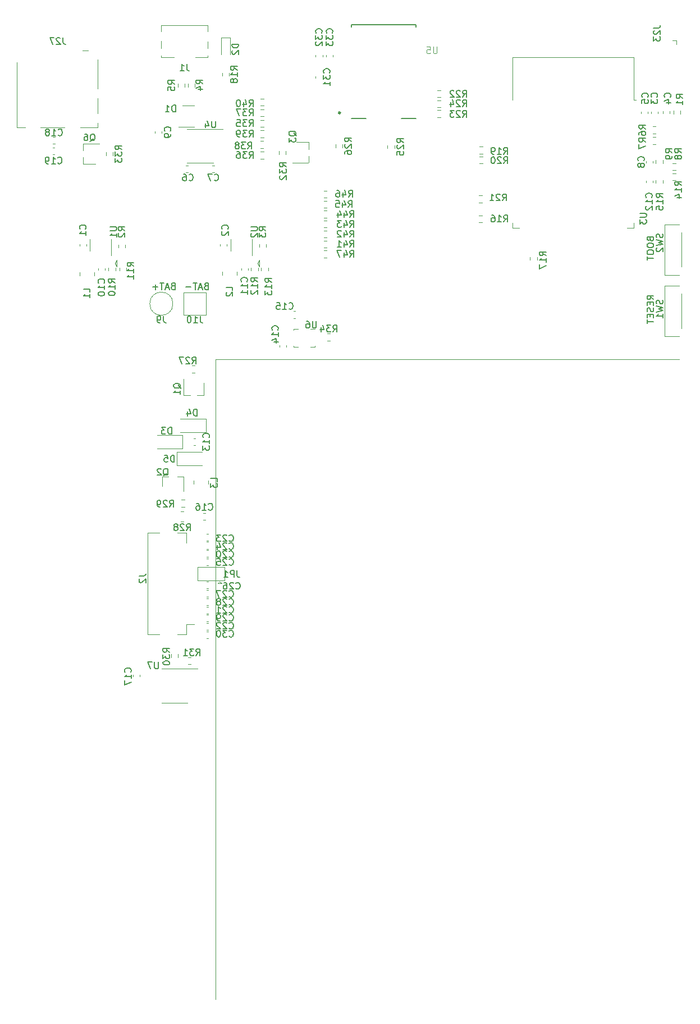
<source format=gbr>
%TF.GenerationSoftware,KiCad,Pcbnew,(5.1.8)-1*%
%TF.CreationDate,2021-02-03T00:49:59+01:00*%
%TF.ProjectId,Navi_2_0,4e617669-5f32-45f3-902e-6b696361645f,rev?*%
%TF.SameCoordinates,Original*%
%TF.FileFunction,Legend,Bot*%
%TF.FilePolarity,Positive*%
%FSLAX46Y46*%
G04 Gerber Fmt 4.6, Leading zero omitted, Abs format (unit mm)*
G04 Created by KiCad (PCBNEW (5.1.8)-1) date 2021-02-03 00:49:59*
%MOMM*%
%LPD*%
G01*
G04 APERTURE LIST*
%ADD10C,0.150000*%
%ADD11C,0.120000*%
%ADD12C,0.100000*%
%ADD13C,0.127000*%
%ADD14C,0.300000*%
%ADD15C,0.015000*%
G04 APERTURE END LIST*
D10*
X135452380Y-72347619D02*
X134976190Y-72014285D01*
X135452380Y-71776190D02*
X134452380Y-71776190D01*
X134452380Y-72157142D01*
X134500000Y-72252380D01*
X134547619Y-72300000D01*
X134642857Y-72347619D01*
X134785714Y-72347619D01*
X134880952Y-72300000D01*
X134928571Y-72252380D01*
X134976190Y-72157142D01*
X134976190Y-71776190D01*
X134928571Y-72776190D02*
X134928571Y-73109523D01*
X135452380Y-73252380D02*
X135452380Y-72776190D01*
X134452380Y-72776190D01*
X134452380Y-73252380D01*
X135404761Y-73633333D02*
X135452380Y-73776190D01*
X135452380Y-74014285D01*
X135404761Y-74109523D01*
X135357142Y-74157142D01*
X135261904Y-74204761D01*
X135166666Y-74204761D01*
X135071428Y-74157142D01*
X135023809Y-74109523D01*
X134976190Y-74014285D01*
X134928571Y-73823809D01*
X134880952Y-73728571D01*
X134833333Y-73680952D01*
X134738095Y-73633333D01*
X134642857Y-73633333D01*
X134547619Y-73680952D01*
X134500000Y-73728571D01*
X134452380Y-73823809D01*
X134452380Y-74061904D01*
X134500000Y-74204761D01*
X134928571Y-74633333D02*
X134928571Y-74966666D01*
X135452380Y-75109523D02*
X135452380Y-74633333D01*
X134452380Y-74633333D01*
X134452380Y-75109523D01*
X134452380Y-75395238D02*
X134452380Y-75966666D01*
X135452380Y-75680952D02*
X134452380Y-75680952D01*
X134928571Y-63242857D02*
X134976190Y-63385714D01*
X135023809Y-63433333D01*
X135119047Y-63480952D01*
X135261904Y-63480952D01*
X135357142Y-63433333D01*
X135404761Y-63385714D01*
X135452380Y-63290476D01*
X135452380Y-62909523D01*
X134452380Y-62909523D01*
X134452380Y-63242857D01*
X134500000Y-63338095D01*
X134547619Y-63385714D01*
X134642857Y-63433333D01*
X134738095Y-63433333D01*
X134833333Y-63385714D01*
X134880952Y-63338095D01*
X134928571Y-63242857D01*
X134928571Y-62909523D01*
X134452380Y-64100000D02*
X134452380Y-64290476D01*
X134500000Y-64385714D01*
X134595238Y-64480952D01*
X134785714Y-64528571D01*
X135119047Y-64528571D01*
X135309523Y-64480952D01*
X135404761Y-64385714D01*
X135452380Y-64290476D01*
X135452380Y-64100000D01*
X135404761Y-64004761D01*
X135309523Y-63909523D01*
X135119047Y-63861904D01*
X134785714Y-63861904D01*
X134595238Y-63909523D01*
X134500000Y-64004761D01*
X134452380Y-64100000D01*
X134452380Y-65147619D02*
X134452380Y-65338095D01*
X134500000Y-65433333D01*
X134595238Y-65528571D01*
X134785714Y-65576190D01*
X135119047Y-65576190D01*
X135309523Y-65528571D01*
X135404761Y-65433333D01*
X135452380Y-65338095D01*
X135452380Y-65147619D01*
X135404761Y-65052380D01*
X135309523Y-64957142D01*
X135119047Y-64909523D01*
X134785714Y-64909523D01*
X134595238Y-64957142D01*
X134500000Y-65052380D01*
X134452380Y-65147619D01*
X134452380Y-65861904D02*
X134452380Y-66433333D01*
X135452380Y-66147619D02*
X134452380Y-66147619D01*
X62957142Y-70328571D02*
X62814285Y-70376190D01*
X62766666Y-70423809D01*
X62719047Y-70519047D01*
X62719047Y-70661904D01*
X62766666Y-70757142D01*
X62814285Y-70804761D01*
X62909523Y-70852380D01*
X63290476Y-70852380D01*
X63290476Y-69852380D01*
X62957142Y-69852380D01*
X62861904Y-69900000D01*
X62814285Y-69947619D01*
X62766666Y-70042857D01*
X62766666Y-70138095D01*
X62814285Y-70233333D01*
X62861904Y-70280952D01*
X62957142Y-70328571D01*
X63290476Y-70328571D01*
X62338095Y-70566666D02*
X61861904Y-70566666D01*
X62433333Y-70852380D02*
X62100000Y-69852380D01*
X61766666Y-70852380D01*
X61576190Y-69852380D02*
X61004761Y-69852380D01*
X61290476Y-70852380D02*
X61290476Y-69852380D01*
X60671428Y-70471428D02*
X59909523Y-70471428D01*
X60290476Y-70852380D02*
X60290476Y-70090476D01*
X67957142Y-70328571D02*
X67814285Y-70376190D01*
X67766666Y-70423809D01*
X67719047Y-70519047D01*
X67719047Y-70661904D01*
X67766666Y-70757142D01*
X67814285Y-70804761D01*
X67909523Y-70852380D01*
X68290476Y-70852380D01*
X68290476Y-69852380D01*
X67957142Y-69852380D01*
X67861904Y-69900000D01*
X67814285Y-69947619D01*
X67766666Y-70042857D01*
X67766666Y-70138095D01*
X67814285Y-70233333D01*
X67861904Y-70280952D01*
X67957142Y-70328571D01*
X68290476Y-70328571D01*
X67338095Y-70566666D02*
X66861904Y-70566666D01*
X67433333Y-70852380D02*
X67100000Y-69852380D01*
X66766666Y-70852380D01*
X66576190Y-69852380D02*
X66004761Y-69852380D01*
X66290476Y-70852380D02*
X66290476Y-69852380D01*
X65671428Y-70471428D02*
X64909523Y-70471428D01*
D11*
X76000000Y-66400000D02*
X75750000Y-66900000D01*
X76000000Y-67400000D02*
X76000000Y-66400000D01*
X75750000Y-66900000D02*
X76000000Y-67400000D01*
X54250000Y-66900000D02*
X54500000Y-67400000D01*
X54500000Y-66400000D02*
X54250000Y-66900000D01*
X54500000Y-67400000D02*
X54500000Y-66400000D01*
D12*
X69350000Y-81400000D02*
X69350000Y-177900000D01*
X69350000Y-81400000D02*
X139350000Y-81400000D01*
D11*
%TO.C,R45*%
X86162258Y-57477500D02*
X85687742Y-57477500D01*
X86162258Y-58522500D02*
X85687742Y-58522500D01*
%TO.C,R47*%
X86162258Y-64977500D02*
X85687742Y-64977500D01*
X86162258Y-66022500D02*
X85687742Y-66022500D01*
%TO.C,R46*%
X86162258Y-55977500D02*
X85687742Y-55977500D01*
X86162258Y-57022500D02*
X85687742Y-57022500D01*
%TO.C,R44*%
X86162258Y-58977500D02*
X85687742Y-58977500D01*
X86162258Y-60022500D02*
X85687742Y-60022500D01*
%TO.C,R43*%
X86162258Y-60477500D02*
X85687742Y-60477500D01*
X86162258Y-61522500D02*
X85687742Y-61522500D01*
%TO.C,R42*%
X86162258Y-61977500D02*
X85687742Y-61977500D01*
X86162258Y-63022500D02*
X85687742Y-63022500D01*
%TO.C,R41*%
X86162258Y-63477500D02*
X85687742Y-63477500D01*
X86162258Y-64522500D02*
X85687742Y-64522500D01*
%TO.C,JP1*%
X70000000Y-114900000D02*
X69700000Y-115200000D01*
X70300000Y-115200000D02*
X69700000Y-115200000D01*
X70000000Y-114900000D02*
X70300000Y-115200000D01*
X70750000Y-114700000D02*
X70750000Y-112700000D01*
X66650000Y-114700000D02*
X70750000Y-114700000D01*
X66650000Y-112700000D02*
X66650000Y-114700000D01*
X70750000Y-112700000D02*
X66650000Y-112700000D01*
%TO.C,U3*%
X132420000Y-42255000D02*
X132800000Y-42255000D01*
X132420000Y-35835000D02*
X132420000Y-42255000D01*
X114180000Y-35835000D02*
X114180000Y-42255000D01*
X132420000Y-35835000D02*
X114180000Y-35835000D01*
X114180000Y-61580000D02*
X115180000Y-61580000D01*
X114180000Y-60800000D02*
X114180000Y-61580000D01*
X132420000Y-61580000D02*
X131420000Y-61580000D01*
X132420000Y-60800000D02*
X132420000Y-61580000D01*
%TO.C,R40*%
X76637258Y-43122500D02*
X76162742Y-43122500D01*
X76637258Y-42077500D02*
X76162742Y-42077500D01*
%TO.C,R39*%
X76637258Y-47922500D02*
X76162742Y-47922500D01*
X76637258Y-46877500D02*
X76162742Y-46877500D01*
%TO.C,R38*%
X76612258Y-49522500D02*
X76137742Y-49522500D01*
X76612258Y-48477500D02*
X76137742Y-48477500D01*
%TO.C,R37*%
X76637258Y-44722500D02*
X76162742Y-44722500D01*
X76637258Y-43677500D02*
X76162742Y-43677500D01*
%TO.C,R36*%
X76662258Y-51122500D02*
X76187742Y-51122500D01*
X76662258Y-50077500D02*
X76187742Y-50077500D01*
%TO.C,R35*%
X76637258Y-46322500D02*
X76162742Y-46322500D01*
X76637258Y-45277500D02*
X76162742Y-45277500D01*
%TO.C,C32*%
X85510000Y-35484420D02*
X85510000Y-35765580D01*
X84490000Y-35484420D02*
X84490000Y-35765580D01*
%TO.C,C33*%
X87110000Y-35484420D02*
X87110000Y-35765580D01*
X86090000Y-35484420D02*
X86090000Y-35765580D01*
%TO.C,C31*%
X85510000Y-38684420D02*
X85510000Y-38965580D01*
X84490000Y-38684420D02*
X84490000Y-38965580D01*
D13*
%TO.C,U5*%
X89875000Y-45075000D02*
X92100000Y-45075000D01*
X97400000Y-45075000D02*
X99625000Y-45075000D01*
X89875000Y-31300000D02*
X89875000Y-30925000D01*
X89875000Y-30925000D02*
X99625000Y-30925000D01*
X99625000Y-30925000D02*
X99625000Y-31300000D01*
D14*
X88150000Y-44200000D02*
G75*
G03*
X88150000Y-44200000I-100000J0D01*
G01*
D11*
%TO.C,J23*%
X138904000Y-33255000D02*
X138269000Y-33255000D01*
X138904000Y-33890000D02*
X138904000Y-33255000D01*
%TO.C,R24*%
X103337258Y-42327500D02*
X102862742Y-42327500D01*
X103337258Y-43372500D02*
X102862742Y-43372500D01*
%TO.C,R23*%
X103337258Y-43827500D02*
X102862742Y-43827500D01*
X103337258Y-44872500D02*
X102862742Y-44872500D01*
%TO.C,R22*%
X103337258Y-40827500D02*
X102862742Y-40827500D01*
X103337258Y-41872500D02*
X102862742Y-41872500D01*
%TO.C,R25*%
X96372500Y-49562258D02*
X96372500Y-49087742D01*
X95327500Y-49562258D02*
X95327500Y-49087742D01*
%TO.C,J10*%
X64550000Y-74700000D02*
X67950000Y-74700000D01*
X67950000Y-74700000D02*
X67950000Y-71300000D01*
X67950000Y-71300000D02*
X64550000Y-71300000D01*
X64550000Y-71300000D02*
X64550000Y-74700000D01*
%TO.C,J9*%
X62950000Y-73000000D02*
G75*
G03*
X62950000Y-73000000I-1750000J0D01*
G01*
%TO.C,R17*%
X117872500Y-66437258D02*
X117872500Y-65962742D01*
X116827500Y-66437258D02*
X116827500Y-65962742D01*
%TO.C,J1*%
X68200000Y-31900000D02*
X68200000Y-30990000D01*
X68200000Y-34500000D02*
X68200000Y-33500000D01*
X68200000Y-35800000D02*
X68200000Y-35600000D01*
X66300000Y-35800000D02*
X68200000Y-35800000D01*
X61200000Y-35800000D02*
X63100000Y-35800000D01*
X61200000Y-35600000D02*
X61200000Y-35800000D01*
X61200000Y-33400000D02*
X61200000Y-34500000D01*
X61200000Y-30990000D02*
X61200000Y-31900000D01*
X61200000Y-30990000D02*
X68200000Y-30990000D01*
%TO.C,U7*%
X63200000Y-133160000D02*
X61250000Y-133160000D01*
X63200000Y-133160000D02*
X65150000Y-133160000D01*
X63200000Y-128040000D02*
X61250000Y-128040000D01*
X63200000Y-128040000D02*
X66650000Y-128040000D01*
%TO.C,U6*%
X83710000Y-76790000D02*
X84360000Y-76790000D01*
X81140000Y-79510000D02*
X81140000Y-79360000D01*
X81790000Y-79510000D02*
X81140000Y-79510000D01*
X84360000Y-79510000D02*
X84360000Y-79360000D01*
X83710000Y-79510000D02*
X84360000Y-79510000D01*
X81140000Y-76790000D02*
X81140000Y-76940000D01*
X81790000Y-76790000D02*
X81140000Y-76790000D01*
%TO.C,U4*%
X67050000Y-51760000D02*
X65100000Y-51760000D01*
X67050000Y-51760000D02*
X69000000Y-51760000D01*
X67050000Y-46640000D02*
X65100000Y-46640000D01*
X67050000Y-46640000D02*
X70500000Y-46640000D01*
%TO.C,U2*%
X71640000Y-65050000D02*
X71640000Y-63250000D01*
X74860000Y-63250000D02*
X74860000Y-65700000D01*
%TO.C,U1*%
X50390000Y-65050000D02*
X50390000Y-63250000D01*
X53610000Y-63250000D02*
X53610000Y-65700000D01*
%TO.C,SW2*%
X139650000Y-67450000D02*
X139650000Y-62250000D01*
X139350000Y-61050000D02*
X137150000Y-61050000D01*
X137150000Y-61050000D02*
X137150000Y-68650000D01*
X137150000Y-68650000D02*
X139350000Y-68650000D01*
%TO.C,SW1*%
X139650000Y-76700000D02*
X139650000Y-71500000D01*
X139350000Y-70300000D02*
X137150000Y-70300000D01*
X137150000Y-70300000D02*
X137150000Y-77900000D01*
X137150000Y-77900000D02*
X139350000Y-77900000D01*
%TO.C,R34*%
X86687258Y-77527500D02*
X86212742Y-77527500D01*
X86687258Y-78572500D02*
X86212742Y-78572500D01*
%TO.C,R33*%
X53872500Y-50637258D02*
X53872500Y-50162742D01*
X52827500Y-50637258D02*
X52827500Y-50162742D01*
%TO.C,R32*%
X79972500Y-50437258D02*
X79972500Y-49962742D01*
X78927500Y-50437258D02*
X78927500Y-49962742D01*
%TO.C,R31*%
X65212742Y-127372500D02*
X65687258Y-127372500D01*
X65212742Y-126327500D02*
X65687258Y-126327500D01*
%TO.C,R30*%
X63722500Y-126337258D02*
X63722500Y-125862742D01*
X62677500Y-126337258D02*
X62677500Y-125862742D01*
%TO.C,R29*%
X64687258Y-102577500D02*
X64212742Y-102577500D01*
X64687258Y-103622500D02*
X64212742Y-103622500D01*
%TO.C,R28*%
X64135436Y-105835000D02*
X64589564Y-105835000D01*
X64135436Y-104365000D02*
X64589564Y-104365000D01*
%TO.C,R27*%
X65812742Y-83372500D02*
X66287258Y-83372500D01*
X65812742Y-82327500D02*
X66287258Y-82327500D01*
%TO.C,R26*%
X88522500Y-49437258D02*
X88522500Y-48962742D01*
X87477500Y-49437258D02*
X87477500Y-48962742D01*
%TO.C,R21*%
X109112742Y-57722500D02*
X109587258Y-57722500D01*
X109112742Y-56677500D02*
X109587258Y-56677500D01*
%TO.C,R20*%
X109687258Y-50827500D02*
X109212742Y-50827500D01*
X109687258Y-51872500D02*
X109212742Y-51872500D01*
%TO.C,R19*%
X109687258Y-49327500D02*
X109212742Y-49327500D01*
X109687258Y-50372500D02*
X109212742Y-50372500D01*
%TO.C,R18*%
X70377500Y-38162742D02*
X70377500Y-38637258D01*
X71422500Y-38162742D02*
X71422500Y-38637258D01*
%TO.C,R16*%
X109587258Y-59677500D02*
X109112742Y-59677500D01*
X109587258Y-60722500D02*
X109112742Y-60722500D01*
%TO.C,R15*%
X136822500Y-54837258D02*
X136822500Y-54362742D01*
X135777500Y-54837258D02*
X135777500Y-54362742D01*
%TO.C,R14*%
X138312742Y-54372500D02*
X138787258Y-54372500D01*
X138312742Y-53327500D02*
X138787258Y-53327500D01*
%TO.C,R13*%
X77322500Y-68037258D02*
X77322500Y-67562742D01*
X76277500Y-68037258D02*
X76277500Y-67562742D01*
%TO.C,R12*%
X75772500Y-68037258D02*
X75772500Y-67562742D01*
X74727500Y-68037258D02*
X74727500Y-67562742D01*
%TO.C,R11*%
X55922500Y-68037258D02*
X55922500Y-67562742D01*
X54877500Y-68037258D02*
X54877500Y-67562742D01*
%TO.C,R10*%
X54272500Y-68037258D02*
X54272500Y-67562742D01*
X53227500Y-68037258D02*
X53227500Y-67562742D01*
%TO.C,R9*%
X135777500Y-51362742D02*
X135777500Y-51837258D01*
X136822500Y-51362742D02*
X136822500Y-51837258D01*
%TO.C,R8*%
X138312742Y-52872500D02*
X138787258Y-52872500D01*
X138312742Y-51827500D02*
X138787258Y-51827500D01*
%TO.C,R7*%
X135787258Y-47877500D02*
X135312742Y-47877500D01*
X135787258Y-48922500D02*
X135312742Y-48922500D01*
%TO.C,R6*%
X135312742Y-47322500D02*
X135787258Y-47322500D01*
X135312742Y-46277500D02*
X135787258Y-46277500D01*
%TO.C,R5*%
X63677500Y-39837742D02*
X63677500Y-40312258D01*
X64722500Y-39837742D02*
X64722500Y-40312258D01*
%TO.C,R4*%
X65227500Y-39837742D02*
X65227500Y-40312258D01*
X66272500Y-39837742D02*
X66272500Y-40312258D01*
%TO.C,R3*%
X77022500Y-64462258D02*
X77022500Y-63987742D01*
X75977500Y-64462258D02*
X75977500Y-63987742D01*
%TO.C,R2*%
X55772500Y-64562258D02*
X55772500Y-64087742D01*
X54727500Y-64562258D02*
X54727500Y-64087742D01*
%TO.C,R1*%
X139522500Y-44387258D02*
X139522500Y-43912742D01*
X138477500Y-44387258D02*
X138477500Y-43912742D01*
%TO.C,Q6*%
X49400000Y-50900000D02*
X49400000Y-51950000D01*
X49400000Y-51950000D02*
X51250000Y-51950000D01*
X49400000Y-48900000D02*
X49400000Y-49900000D01*
X49420000Y-48890000D02*
X51850000Y-48890000D01*
%TO.C,Q3*%
X83400000Y-49700000D02*
X83400000Y-48650000D01*
X83400000Y-48650000D02*
X81550000Y-48650000D01*
X83400000Y-51700000D02*
X83400000Y-50700000D01*
X83380000Y-51710000D02*
X80950000Y-51710000D01*
%TO.C,Q2*%
X61370000Y-99090000D02*
X62300000Y-99090000D01*
X64530000Y-99090000D02*
X63600000Y-99090000D01*
X64530000Y-99090000D02*
X64530000Y-101250000D01*
X61370000Y-99090000D02*
X61370000Y-100550000D01*
%TO.C,Q1*%
X66550000Y-86800000D02*
X67600000Y-86800000D01*
X67600000Y-86800000D02*
X67600000Y-84950000D01*
X64550000Y-86800000D02*
X65550000Y-86800000D01*
X64540000Y-86780000D02*
X64540000Y-84350000D01*
%TO.C,L3*%
X68310000Y-100198752D02*
X68310000Y-99676248D01*
X66090000Y-100198752D02*
X66090000Y-99676248D01*
%TO.C,L2*%
X70390000Y-68138748D02*
X70390000Y-68661252D01*
X72610000Y-68138748D02*
X72610000Y-68661252D01*
%TO.C,L1*%
X48890000Y-68226248D02*
X48890000Y-68748752D01*
X51110000Y-68226248D02*
X51110000Y-68748752D01*
%TO.C,J27*%
X50140000Y-34780000D02*
X49280000Y-34780000D01*
X39440000Y-46420000D02*
X39440000Y-36600000D01*
X40670000Y-46420000D02*
X39440000Y-46420000D01*
X46640000Y-46420000D02*
X42970000Y-46420000D01*
X51620000Y-46420000D02*
X48940000Y-46420000D01*
X51620000Y-45700000D02*
X51620000Y-46420000D01*
X51620000Y-42000000D02*
X51620000Y-44300000D01*
X51620000Y-36150000D02*
X51620000Y-40600000D01*
%TO.C,J2*%
X64950000Y-121360000D02*
X64950000Y-122850000D01*
X64950000Y-122850000D02*
X63610000Y-122850000D01*
X64950000Y-109040000D02*
X64950000Y-107550000D01*
X64950000Y-107550000D02*
X63610000Y-107550000D01*
X60890000Y-122850000D02*
X59150000Y-122850000D01*
X59150000Y-122850000D02*
X59150000Y-107550000D01*
X59150000Y-107550000D02*
X60890000Y-107550000D01*
X64950000Y-121360000D02*
X66150000Y-121360000D01*
%TO.C,D5*%
X63500000Y-97350000D02*
X63500000Y-95350000D01*
X63500000Y-95350000D02*
X67350000Y-95350000D01*
X63500000Y-97350000D02*
X67350000Y-97350000D01*
%TO.C,D4*%
X67900000Y-90350000D02*
X67900000Y-92350000D01*
X67900000Y-92350000D02*
X64050000Y-92350000D01*
X67900000Y-90350000D02*
X64050000Y-90350000D01*
%TO.C,D3*%
X64400000Y-92850000D02*
X64400000Y-94850000D01*
X64400000Y-94850000D02*
X60550000Y-94850000D01*
X64400000Y-92850000D02*
X60550000Y-92850000D01*
%TO.C,D2*%
X70215000Y-35387500D02*
X70215000Y-32902500D01*
X70215000Y-32902500D02*
X71585000Y-32902500D01*
X71585000Y-32902500D02*
X71585000Y-35387500D01*
%TO.C,D1*%
X64400000Y-43090000D02*
X66200000Y-43090000D01*
X66200000Y-46310000D02*
X63750000Y-46310000D01*
%TO.C,C30*%
X68315580Y-122440000D02*
X68034420Y-122440000D01*
X68315580Y-123460000D02*
X68034420Y-123460000D01*
%TO.C,C29*%
X68315580Y-119940000D02*
X68034420Y-119940000D01*
X68315580Y-120960000D02*
X68034420Y-120960000D01*
%TO.C,C28*%
X68315580Y-117440000D02*
X68034420Y-117440000D01*
X68315580Y-118460000D02*
X68034420Y-118460000D01*
%TO.C,C27*%
X68290580Y-116190000D02*
X68009420Y-116190000D01*
X68290580Y-117210000D02*
X68009420Y-117210000D01*
%TO.C,C26*%
X68034420Y-115960000D02*
X68315580Y-115960000D01*
X68034420Y-114940000D02*
X68315580Y-114940000D01*
%TO.C,C25*%
X67984420Y-112460000D02*
X68265580Y-112460000D01*
X67984420Y-111440000D02*
X68265580Y-111440000D01*
%TO.C,C24*%
X68034420Y-109960000D02*
X68315580Y-109960000D01*
X68034420Y-108940000D02*
X68315580Y-108940000D01*
%TO.C,C23*%
X68009420Y-108710000D02*
X68290580Y-108710000D01*
X68009420Y-107690000D02*
X68290580Y-107690000D01*
%TO.C,C22*%
X68315580Y-121190000D02*
X68034420Y-121190000D01*
X68315580Y-122210000D02*
X68034420Y-122210000D01*
%TO.C,C21*%
X68315580Y-118690000D02*
X68034420Y-118690000D01*
X68315580Y-119710000D02*
X68034420Y-119710000D01*
%TO.C,C20*%
X68009420Y-111210000D02*
X68290580Y-111210000D01*
X68009420Y-110190000D02*
X68290580Y-110190000D01*
%TO.C,C19*%
X44809420Y-50510000D02*
X45090580Y-50510000D01*
X44809420Y-49490000D02*
X45090580Y-49490000D01*
%TO.C,C18*%
X45140580Y-47890000D02*
X44859420Y-47890000D01*
X45140580Y-48910000D02*
X44859420Y-48910000D01*
%TO.C,C17*%
X56940000Y-128959420D02*
X56940000Y-129240580D01*
X57960000Y-128959420D02*
X57960000Y-129240580D01*
%TO.C,C16*%
X67815580Y-104590000D02*
X67534420Y-104590000D01*
X67815580Y-105610000D02*
X67534420Y-105610000D01*
%TO.C,C15*%
X81109420Y-75160000D02*
X81390580Y-75160000D01*
X81109420Y-74140000D02*
X81390580Y-74140000D01*
%TO.C,C14*%
X78990000Y-79259420D02*
X78990000Y-79540580D01*
X80010000Y-79259420D02*
X80010000Y-79540580D01*
%TO.C,C13*%
X66340580Y-93340000D02*
X66059420Y-93340000D01*
X66340580Y-94360000D02*
X66059420Y-94360000D01*
%TO.C,C12*%
X135310000Y-54740580D02*
X135310000Y-54459420D01*
X134290000Y-54740580D02*
X134290000Y-54459420D01*
%TO.C,C11*%
X74260000Y-67940580D02*
X74260000Y-67659420D01*
X73240000Y-67940580D02*
X73240000Y-67659420D01*
%TO.C,C10*%
X52710000Y-67940580D02*
X52710000Y-67659420D01*
X51690000Y-67940580D02*
X51690000Y-67659420D01*
%TO.C,C9*%
X61260000Y-47265580D02*
X61260000Y-46984420D01*
X60240000Y-47265580D02*
X60240000Y-46984420D01*
%TO.C,C8*%
X134290000Y-51459420D02*
X134290000Y-51740580D01*
X135310000Y-51459420D02*
X135310000Y-51740580D01*
%TO.C,C7*%
X69190580Y-52190000D02*
X68909420Y-52190000D01*
X69190580Y-53210000D02*
X68909420Y-53210000D01*
%TO.C,C6*%
X65190580Y-52190000D02*
X64909420Y-52190000D01*
X65190580Y-53210000D02*
X64909420Y-53210000D01*
%TO.C,C5*%
X134560000Y-44290580D02*
X134560000Y-44009420D01*
X133540000Y-44290580D02*
X133540000Y-44009420D01*
%TO.C,C4*%
X137910000Y-44265580D02*
X137910000Y-43984420D01*
X136890000Y-44265580D02*
X136890000Y-43984420D01*
%TO.C,C3*%
X136060000Y-44290580D02*
X136060000Y-44009420D01*
X135040000Y-44290580D02*
X135040000Y-44009420D01*
%TO.C,C2*%
X70090000Y-64009420D02*
X70090000Y-64290580D01*
X71110000Y-64009420D02*
X71110000Y-64290580D01*
%TO.C,C1*%
X48890000Y-64009420D02*
X48890000Y-64290580D01*
X49910000Y-64009420D02*
X49910000Y-64290580D01*
%TO.C,R45*%
D10*
X89392857Y-58452380D02*
X89726190Y-57976190D01*
X89964285Y-58452380D02*
X89964285Y-57452380D01*
X89583333Y-57452380D01*
X89488095Y-57500000D01*
X89440476Y-57547619D01*
X89392857Y-57642857D01*
X89392857Y-57785714D01*
X89440476Y-57880952D01*
X89488095Y-57928571D01*
X89583333Y-57976190D01*
X89964285Y-57976190D01*
X88535714Y-57785714D02*
X88535714Y-58452380D01*
X88773809Y-57404761D02*
X89011904Y-58119047D01*
X88392857Y-58119047D01*
X87535714Y-57452380D02*
X88011904Y-57452380D01*
X88059523Y-57928571D01*
X88011904Y-57880952D01*
X87916666Y-57833333D01*
X87678571Y-57833333D01*
X87583333Y-57880952D01*
X87535714Y-57928571D01*
X87488095Y-58023809D01*
X87488095Y-58261904D01*
X87535714Y-58357142D01*
X87583333Y-58404761D01*
X87678571Y-58452380D01*
X87916666Y-58452380D01*
X88011904Y-58404761D01*
X88059523Y-58357142D01*
%TO.C,R47*%
X89642857Y-65952380D02*
X89976190Y-65476190D01*
X90214285Y-65952380D02*
X90214285Y-64952380D01*
X89833333Y-64952380D01*
X89738095Y-65000000D01*
X89690476Y-65047619D01*
X89642857Y-65142857D01*
X89642857Y-65285714D01*
X89690476Y-65380952D01*
X89738095Y-65428571D01*
X89833333Y-65476190D01*
X90214285Y-65476190D01*
X88785714Y-65285714D02*
X88785714Y-65952380D01*
X89023809Y-64904761D02*
X89261904Y-65619047D01*
X88642857Y-65619047D01*
X88357142Y-64952380D02*
X87690476Y-64952380D01*
X88119047Y-65952380D01*
%TO.C,R46*%
X89442857Y-56902380D02*
X89776190Y-56426190D01*
X90014285Y-56902380D02*
X90014285Y-55902380D01*
X89633333Y-55902380D01*
X89538095Y-55950000D01*
X89490476Y-55997619D01*
X89442857Y-56092857D01*
X89442857Y-56235714D01*
X89490476Y-56330952D01*
X89538095Y-56378571D01*
X89633333Y-56426190D01*
X90014285Y-56426190D01*
X88585714Y-56235714D02*
X88585714Y-56902380D01*
X88823809Y-55854761D02*
X89061904Y-56569047D01*
X88442857Y-56569047D01*
X87633333Y-55902380D02*
X87823809Y-55902380D01*
X87919047Y-55950000D01*
X87966666Y-55997619D01*
X88061904Y-56140476D01*
X88109523Y-56330952D01*
X88109523Y-56711904D01*
X88061904Y-56807142D01*
X88014285Y-56854761D01*
X87919047Y-56902380D01*
X87728571Y-56902380D01*
X87633333Y-56854761D01*
X87585714Y-56807142D01*
X87538095Y-56711904D01*
X87538095Y-56473809D01*
X87585714Y-56378571D01*
X87633333Y-56330952D01*
X87728571Y-56283333D01*
X87919047Y-56283333D01*
X88014285Y-56330952D01*
X88061904Y-56378571D01*
X88109523Y-56473809D01*
%TO.C,R44*%
X89642857Y-59952380D02*
X89976190Y-59476190D01*
X90214285Y-59952380D02*
X90214285Y-58952380D01*
X89833333Y-58952380D01*
X89738095Y-59000000D01*
X89690476Y-59047619D01*
X89642857Y-59142857D01*
X89642857Y-59285714D01*
X89690476Y-59380952D01*
X89738095Y-59428571D01*
X89833333Y-59476190D01*
X90214285Y-59476190D01*
X88785714Y-59285714D02*
X88785714Y-59952380D01*
X89023809Y-58904761D02*
X89261904Y-59619047D01*
X88642857Y-59619047D01*
X87833333Y-59285714D02*
X87833333Y-59952380D01*
X88071428Y-58904761D02*
X88309523Y-59619047D01*
X87690476Y-59619047D01*
%TO.C,R43*%
X89642857Y-61452380D02*
X89976190Y-60976190D01*
X90214285Y-61452380D02*
X90214285Y-60452380D01*
X89833333Y-60452380D01*
X89738095Y-60500000D01*
X89690476Y-60547619D01*
X89642857Y-60642857D01*
X89642857Y-60785714D01*
X89690476Y-60880952D01*
X89738095Y-60928571D01*
X89833333Y-60976190D01*
X90214285Y-60976190D01*
X88785714Y-60785714D02*
X88785714Y-61452380D01*
X89023809Y-60404761D02*
X89261904Y-61119047D01*
X88642857Y-61119047D01*
X88357142Y-60452380D02*
X87738095Y-60452380D01*
X88071428Y-60833333D01*
X87928571Y-60833333D01*
X87833333Y-60880952D01*
X87785714Y-60928571D01*
X87738095Y-61023809D01*
X87738095Y-61261904D01*
X87785714Y-61357142D01*
X87833333Y-61404761D01*
X87928571Y-61452380D01*
X88214285Y-61452380D01*
X88309523Y-61404761D01*
X88357142Y-61357142D01*
%TO.C,R42*%
X89642857Y-62952380D02*
X89976190Y-62476190D01*
X90214285Y-62952380D02*
X90214285Y-61952380D01*
X89833333Y-61952380D01*
X89738095Y-62000000D01*
X89690476Y-62047619D01*
X89642857Y-62142857D01*
X89642857Y-62285714D01*
X89690476Y-62380952D01*
X89738095Y-62428571D01*
X89833333Y-62476190D01*
X90214285Y-62476190D01*
X88785714Y-62285714D02*
X88785714Y-62952380D01*
X89023809Y-61904761D02*
X89261904Y-62619047D01*
X88642857Y-62619047D01*
X88309523Y-62047619D02*
X88261904Y-62000000D01*
X88166666Y-61952380D01*
X87928571Y-61952380D01*
X87833333Y-62000000D01*
X87785714Y-62047619D01*
X87738095Y-62142857D01*
X87738095Y-62238095D01*
X87785714Y-62380952D01*
X88357142Y-62952380D01*
X87738095Y-62952380D01*
%TO.C,R41*%
X89642857Y-64452380D02*
X89976190Y-63976190D01*
X90214285Y-64452380D02*
X90214285Y-63452380D01*
X89833333Y-63452380D01*
X89738095Y-63500000D01*
X89690476Y-63547619D01*
X89642857Y-63642857D01*
X89642857Y-63785714D01*
X89690476Y-63880952D01*
X89738095Y-63928571D01*
X89833333Y-63976190D01*
X90214285Y-63976190D01*
X88785714Y-63785714D02*
X88785714Y-64452380D01*
X89023809Y-63404761D02*
X89261904Y-64119047D01*
X88642857Y-64119047D01*
X87738095Y-64452380D02*
X88309523Y-64452380D01*
X88023809Y-64452380D02*
X88023809Y-63452380D01*
X88119047Y-63595238D01*
X88214285Y-63690476D01*
X88309523Y-63738095D01*
%TO.C,JP1*%
X72633333Y-113252380D02*
X72633333Y-113966666D01*
X72680952Y-114109523D01*
X72776190Y-114204761D01*
X72919047Y-114252380D01*
X73014285Y-114252380D01*
X72157142Y-114252380D02*
X72157142Y-113252380D01*
X71776190Y-113252380D01*
X71680952Y-113300000D01*
X71633333Y-113347619D01*
X71585714Y-113442857D01*
X71585714Y-113585714D01*
X71633333Y-113680952D01*
X71680952Y-113728571D01*
X71776190Y-113776190D01*
X72157142Y-113776190D01*
X70633333Y-114252380D02*
X71204761Y-114252380D01*
X70919047Y-114252380D02*
X70919047Y-113252380D01*
X71014285Y-113395238D01*
X71109523Y-113490476D01*
X71204761Y-113538095D01*
%TO.C,U3*%
X133362380Y-59368095D02*
X134171904Y-59368095D01*
X134267142Y-59415714D01*
X134314761Y-59463333D01*
X134362380Y-59558571D01*
X134362380Y-59749047D01*
X134314761Y-59844285D01*
X134267142Y-59891904D01*
X134171904Y-59939523D01*
X133362380Y-59939523D01*
X133362380Y-60320476D02*
X133362380Y-60939523D01*
X133743333Y-60606190D01*
X133743333Y-60749047D01*
X133790952Y-60844285D01*
X133838571Y-60891904D01*
X133933809Y-60939523D01*
X134171904Y-60939523D01*
X134267142Y-60891904D01*
X134314761Y-60844285D01*
X134362380Y-60749047D01*
X134362380Y-60463333D01*
X134314761Y-60368095D01*
X134267142Y-60320476D01*
%TO.C,R40*%
X74442857Y-43252380D02*
X74776190Y-42776190D01*
X75014285Y-43252380D02*
X75014285Y-42252380D01*
X74633333Y-42252380D01*
X74538095Y-42300000D01*
X74490476Y-42347619D01*
X74442857Y-42442857D01*
X74442857Y-42585714D01*
X74490476Y-42680952D01*
X74538095Y-42728571D01*
X74633333Y-42776190D01*
X75014285Y-42776190D01*
X73585714Y-42585714D02*
X73585714Y-43252380D01*
X73823809Y-42204761D02*
X74061904Y-42919047D01*
X73442857Y-42919047D01*
X72871428Y-42252380D02*
X72776190Y-42252380D01*
X72680952Y-42300000D01*
X72633333Y-42347619D01*
X72585714Y-42442857D01*
X72538095Y-42633333D01*
X72538095Y-42871428D01*
X72585714Y-43061904D01*
X72633333Y-43157142D01*
X72680952Y-43204761D01*
X72776190Y-43252380D01*
X72871428Y-43252380D01*
X72966666Y-43204761D01*
X73014285Y-43157142D01*
X73061904Y-43061904D01*
X73109523Y-42871428D01*
X73109523Y-42633333D01*
X73061904Y-42442857D01*
X73014285Y-42347619D01*
X72966666Y-42300000D01*
X72871428Y-42252380D01*
%TO.C,R39*%
X74442857Y-47852380D02*
X74776190Y-47376190D01*
X75014285Y-47852380D02*
X75014285Y-46852380D01*
X74633333Y-46852380D01*
X74538095Y-46900000D01*
X74490476Y-46947619D01*
X74442857Y-47042857D01*
X74442857Y-47185714D01*
X74490476Y-47280952D01*
X74538095Y-47328571D01*
X74633333Y-47376190D01*
X75014285Y-47376190D01*
X74109523Y-46852380D02*
X73490476Y-46852380D01*
X73823809Y-47233333D01*
X73680952Y-47233333D01*
X73585714Y-47280952D01*
X73538095Y-47328571D01*
X73490476Y-47423809D01*
X73490476Y-47661904D01*
X73538095Y-47757142D01*
X73585714Y-47804761D01*
X73680952Y-47852380D01*
X73966666Y-47852380D01*
X74061904Y-47804761D01*
X74109523Y-47757142D01*
X73014285Y-47852380D02*
X72823809Y-47852380D01*
X72728571Y-47804761D01*
X72680952Y-47757142D01*
X72585714Y-47614285D01*
X72538095Y-47423809D01*
X72538095Y-47042857D01*
X72585714Y-46947619D01*
X72633333Y-46900000D01*
X72728571Y-46852380D01*
X72919047Y-46852380D01*
X73014285Y-46900000D01*
X73061904Y-46947619D01*
X73109523Y-47042857D01*
X73109523Y-47280952D01*
X73061904Y-47376190D01*
X73014285Y-47423809D01*
X72919047Y-47471428D01*
X72728571Y-47471428D01*
X72633333Y-47423809D01*
X72585714Y-47376190D01*
X72538095Y-47280952D01*
%TO.C,R38*%
X74242857Y-49652380D02*
X74576190Y-49176190D01*
X74814285Y-49652380D02*
X74814285Y-48652380D01*
X74433333Y-48652380D01*
X74338095Y-48700000D01*
X74290476Y-48747619D01*
X74242857Y-48842857D01*
X74242857Y-48985714D01*
X74290476Y-49080952D01*
X74338095Y-49128571D01*
X74433333Y-49176190D01*
X74814285Y-49176190D01*
X73909523Y-48652380D02*
X73290476Y-48652380D01*
X73623809Y-49033333D01*
X73480952Y-49033333D01*
X73385714Y-49080952D01*
X73338095Y-49128571D01*
X73290476Y-49223809D01*
X73290476Y-49461904D01*
X73338095Y-49557142D01*
X73385714Y-49604761D01*
X73480952Y-49652380D01*
X73766666Y-49652380D01*
X73861904Y-49604761D01*
X73909523Y-49557142D01*
X72719047Y-49080952D02*
X72814285Y-49033333D01*
X72861904Y-48985714D01*
X72909523Y-48890476D01*
X72909523Y-48842857D01*
X72861904Y-48747619D01*
X72814285Y-48700000D01*
X72719047Y-48652380D01*
X72528571Y-48652380D01*
X72433333Y-48700000D01*
X72385714Y-48747619D01*
X72338095Y-48842857D01*
X72338095Y-48890476D01*
X72385714Y-48985714D01*
X72433333Y-49033333D01*
X72528571Y-49080952D01*
X72719047Y-49080952D01*
X72814285Y-49128571D01*
X72861904Y-49176190D01*
X72909523Y-49271428D01*
X72909523Y-49461904D01*
X72861904Y-49557142D01*
X72814285Y-49604761D01*
X72719047Y-49652380D01*
X72528571Y-49652380D01*
X72433333Y-49604761D01*
X72385714Y-49557142D01*
X72338095Y-49461904D01*
X72338095Y-49271428D01*
X72385714Y-49176190D01*
X72433333Y-49128571D01*
X72528571Y-49080952D01*
%TO.C,R37*%
X74442857Y-44652380D02*
X74776190Y-44176190D01*
X75014285Y-44652380D02*
X75014285Y-43652380D01*
X74633333Y-43652380D01*
X74538095Y-43700000D01*
X74490476Y-43747619D01*
X74442857Y-43842857D01*
X74442857Y-43985714D01*
X74490476Y-44080952D01*
X74538095Y-44128571D01*
X74633333Y-44176190D01*
X75014285Y-44176190D01*
X74109523Y-43652380D02*
X73490476Y-43652380D01*
X73823809Y-44033333D01*
X73680952Y-44033333D01*
X73585714Y-44080952D01*
X73538095Y-44128571D01*
X73490476Y-44223809D01*
X73490476Y-44461904D01*
X73538095Y-44557142D01*
X73585714Y-44604761D01*
X73680952Y-44652380D01*
X73966666Y-44652380D01*
X74061904Y-44604761D01*
X74109523Y-44557142D01*
X73157142Y-43652380D02*
X72490476Y-43652380D01*
X72919047Y-44652380D01*
%TO.C,R36*%
X74442857Y-51052380D02*
X74776190Y-50576190D01*
X75014285Y-51052380D02*
X75014285Y-50052380D01*
X74633333Y-50052380D01*
X74538095Y-50100000D01*
X74490476Y-50147619D01*
X74442857Y-50242857D01*
X74442857Y-50385714D01*
X74490476Y-50480952D01*
X74538095Y-50528571D01*
X74633333Y-50576190D01*
X75014285Y-50576190D01*
X74109523Y-50052380D02*
X73490476Y-50052380D01*
X73823809Y-50433333D01*
X73680952Y-50433333D01*
X73585714Y-50480952D01*
X73538095Y-50528571D01*
X73490476Y-50623809D01*
X73490476Y-50861904D01*
X73538095Y-50957142D01*
X73585714Y-51004761D01*
X73680952Y-51052380D01*
X73966666Y-51052380D01*
X74061904Y-51004761D01*
X74109523Y-50957142D01*
X72633333Y-50052380D02*
X72823809Y-50052380D01*
X72919047Y-50100000D01*
X72966666Y-50147619D01*
X73061904Y-50290476D01*
X73109523Y-50480952D01*
X73109523Y-50861904D01*
X73061904Y-50957142D01*
X73014285Y-51004761D01*
X72919047Y-51052380D01*
X72728571Y-51052380D01*
X72633333Y-51004761D01*
X72585714Y-50957142D01*
X72538095Y-50861904D01*
X72538095Y-50623809D01*
X72585714Y-50528571D01*
X72633333Y-50480952D01*
X72728571Y-50433333D01*
X72919047Y-50433333D01*
X73014285Y-50480952D01*
X73061904Y-50528571D01*
X73109523Y-50623809D01*
%TO.C,R35*%
X74442857Y-46252380D02*
X74776190Y-45776190D01*
X75014285Y-46252380D02*
X75014285Y-45252380D01*
X74633333Y-45252380D01*
X74538095Y-45300000D01*
X74490476Y-45347619D01*
X74442857Y-45442857D01*
X74442857Y-45585714D01*
X74490476Y-45680952D01*
X74538095Y-45728571D01*
X74633333Y-45776190D01*
X75014285Y-45776190D01*
X74109523Y-45252380D02*
X73490476Y-45252380D01*
X73823809Y-45633333D01*
X73680952Y-45633333D01*
X73585714Y-45680952D01*
X73538095Y-45728571D01*
X73490476Y-45823809D01*
X73490476Y-46061904D01*
X73538095Y-46157142D01*
X73585714Y-46204761D01*
X73680952Y-46252380D01*
X73966666Y-46252380D01*
X74061904Y-46204761D01*
X74109523Y-46157142D01*
X72585714Y-45252380D02*
X73061904Y-45252380D01*
X73109523Y-45728571D01*
X73061904Y-45680952D01*
X72966666Y-45633333D01*
X72728571Y-45633333D01*
X72633333Y-45680952D01*
X72585714Y-45728571D01*
X72538095Y-45823809D01*
X72538095Y-46061904D01*
X72585714Y-46157142D01*
X72633333Y-46204761D01*
X72728571Y-46252380D01*
X72966666Y-46252380D01*
X73061904Y-46204761D01*
X73109523Y-46157142D01*
%TO.C,C32*%
X85357142Y-32157142D02*
X85404761Y-32109523D01*
X85452380Y-31966666D01*
X85452380Y-31871428D01*
X85404761Y-31728571D01*
X85309523Y-31633333D01*
X85214285Y-31585714D01*
X85023809Y-31538095D01*
X84880952Y-31538095D01*
X84690476Y-31585714D01*
X84595238Y-31633333D01*
X84500000Y-31728571D01*
X84452380Y-31871428D01*
X84452380Y-31966666D01*
X84500000Y-32109523D01*
X84547619Y-32157142D01*
X84452380Y-32490476D02*
X84452380Y-33109523D01*
X84833333Y-32776190D01*
X84833333Y-32919047D01*
X84880952Y-33014285D01*
X84928571Y-33061904D01*
X85023809Y-33109523D01*
X85261904Y-33109523D01*
X85357142Y-33061904D01*
X85404761Y-33014285D01*
X85452380Y-32919047D01*
X85452380Y-32633333D01*
X85404761Y-32538095D01*
X85357142Y-32490476D01*
X84547619Y-33490476D02*
X84500000Y-33538095D01*
X84452380Y-33633333D01*
X84452380Y-33871428D01*
X84500000Y-33966666D01*
X84547619Y-34014285D01*
X84642857Y-34061904D01*
X84738095Y-34061904D01*
X84880952Y-34014285D01*
X85452380Y-33442857D01*
X85452380Y-34061904D01*
%TO.C,C33*%
X86957142Y-32157142D02*
X87004761Y-32109523D01*
X87052380Y-31966666D01*
X87052380Y-31871428D01*
X87004761Y-31728571D01*
X86909523Y-31633333D01*
X86814285Y-31585714D01*
X86623809Y-31538095D01*
X86480952Y-31538095D01*
X86290476Y-31585714D01*
X86195238Y-31633333D01*
X86100000Y-31728571D01*
X86052380Y-31871428D01*
X86052380Y-31966666D01*
X86100000Y-32109523D01*
X86147619Y-32157142D01*
X86052380Y-32490476D02*
X86052380Y-33109523D01*
X86433333Y-32776190D01*
X86433333Y-32919047D01*
X86480952Y-33014285D01*
X86528571Y-33061904D01*
X86623809Y-33109523D01*
X86861904Y-33109523D01*
X86957142Y-33061904D01*
X87004761Y-33014285D01*
X87052380Y-32919047D01*
X87052380Y-32633333D01*
X87004761Y-32538095D01*
X86957142Y-32490476D01*
X86052380Y-33442857D02*
X86052380Y-34061904D01*
X86433333Y-33728571D01*
X86433333Y-33871428D01*
X86480952Y-33966666D01*
X86528571Y-34014285D01*
X86623809Y-34061904D01*
X86861904Y-34061904D01*
X86957142Y-34014285D01*
X87004761Y-33966666D01*
X87052380Y-33871428D01*
X87052380Y-33585714D01*
X87004761Y-33490476D01*
X86957142Y-33442857D01*
%TO.C,C31*%
X86557142Y-38182142D02*
X86604761Y-38134523D01*
X86652380Y-37991666D01*
X86652380Y-37896428D01*
X86604761Y-37753571D01*
X86509523Y-37658333D01*
X86414285Y-37610714D01*
X86223809Y-37563095D01*
X86080952Y-37563095D01*
X85890476Y-37610714D01*
X85795238Y-37658333D01*
X85700000Y-37753571D01*
X85652380Y-37896428D01*
X85652380Y-37991666D01*
X85700000Y-38134523D01*
X85747619Y-38182142D01*
X85652380Y-38515476D02*
X85652380Y-39134523D01*
X86033333Y-38801190D01*
X86033333Y-38944047D01*
X86080952Y-39039285D01*
X86128571Y-39086904D01*
X86223809Y-39134523D01*
X86461904Y-39134523D01*
X86557142Y-39086904D01*
X86604761Y-39039285D01*
X86652380Y-38944047D01*
X86652380Y-38658333D01*
X86604761Y-38563095D01*
X86557142Y-38515476D01*
X86652380Y-40086904D02*
X86652380Y-39515476D01*
X86652380Y-39801190D02*
X85652380Y-39801190D01*
X85795238Y-39705952D01*
X85890476Y-39610714D01*
X85938095Y-39515476D01*
%TO.C,U5*%
D15*
X102762834Y-34251712D02*
X102762834Y-35062224D01*
X102715157Y-35157578D01*
X102667480Y-35205255D01*
X102572125Y-35252932D01*
X102381417Y-35252932D01*
X102286062Y-35205255D01*
X102238385Y-35157578D01*
X102190708Y-35062224D01*
X102190708Y-34251712D01*
X101237165Y-34251712D02*
X101713937Y-34251712D01*
X101761614Y-34728484D01*
X101713937Y-34680807D01*
X101618582Y-34633130D01*
X101380197Y-34633130D01*
X101284842Y-34680807D01*
X101237165Y-34728484D01*
X101189488Y-34823838D01*
X101189488Y-35062224D01*
X101237165Y-35157578D01*
X101284842Y-35205255D01*
X101380197Y-35252932D01*
X101618582Y-35252932D01*
X101713937Y-35205255D01*
X101761614Y-35157578D01*
%TO.C,J23*%
D10*
X135452380Y-31390476D02*
X136166666Y-31390476D01*
X136309523Y-31342857D01*
X136404761Y-31247619D01*
X136452380Y-31104761D01*
X136452380Y-31009523D01*
X135547619Y-31819047D02*
X135500000Y-31866666D01*
X135452380Y-31961904D01*
X135452380Y-32200000D01*
X135500000Y-32295238D01*
X135547619Y-32342857D01*
X135642857Y-32390476D01*
X135738095Y-32390476D01*
X135880952Y-32342857D01*
X136452380Y-31771428D01*
X136452380Y-32390476D01*
X135452380Y-32723809D02*
X135452380Y-33342857D01*
X135833333Y-33009523D01*
X135833333Y-33152380D01*
X135880952Y-33247619D01*
X135928571Y-33295238D01*
X136023809Y-33342857D01*
X136261904Y-33342857D01*
X136357142Y-33295238D01*
X136404761Y-33247619D01*
X136452380Y-33152380D01*
X136452380Y-32866666D01*
X136404761Y-32771428D01*
X136357142Y-32723809D01*
%TO.C,R24*%
X106642857Y-43252380D02*
X106976190Y-42776190D01*
X107214285Y-43252380D02*
X107214285Y-42252380D01*
X106833333Y-42252380D01*
X106738095Y-42300000D01*
X106690476Y-42347619D01*
X106642857Y-42442857D01*
X106642857Y-42585714D01*
X106690476Y-42680952D01*
X106738095Y-42728571D01*
X106833333Y-42776190D01*
X107214285Y-42776190D01*
X106261904Y-42347619D02*
X106214285Y-42300000D01*
X106119047Y-42252380D01*
X105880952Y-42252380D01*
X105785714Y-42300000D01*
X105738095Y-42347619D01*
X105690476Y-42442857D01*
X105690476Y-42538095D01*
X105738095Y-42680952D01*
X106309523Y-43252380D01*
X105690476Y-43252380D01*
X104833333Y-42585714D02*
X104833333Y-43252380D01*
X105071428Y-42204761D02*
X105309523Y-42919047D01*
X104690476Y-42919047D01*
%TO.C,R23*%
X106642857Y-44852380D02*
X106976190Y-44376190D01*
X107214285Y-44852380D02*
X107214285Y-43852380D01*
X106833333Y-43852380D01*
X106738095Y-43900000D01*
X106690476Y-43947619D01*
X106642857Y-44042857D01*
X106642857Y-44185714D01*
X106690476Y-44280952D01*
X106738095Y-44328571D01*
X106833333Y-44376190D01*
X107214285Y-44376190D01*
X106261904Y-43947619D02*
X106214285Y-43900000D01*
X106119047Y-43852380D01*
X105880952Y-43852380D01*
X105785714Y-43900000D01*
X105738095Y-43947619D01*
X105690476Y-44042857D01*
X105690476Y-44138095D01*
X105738095Y-44280952D01*
X106309523Y-44852380D01*
X105690476Y-44852380D01*
X105357142Y-43852380D02*
X104738095Y-43852380D01*
X105071428Y-44233333D01*
X104928571Y-44233333D01*
X104833333Y-44280952D01*
X104785714Y-44328571D01*
X104738095Y-44423809D01*
X104738095Y-44661904D01*
X104785714Y-44757142D01*
X104833333Y-44804761D01*
X104928571Y-44852380D01*
X105214285Y-44852380D01*
X105309523Y-44804761D01*
X105357142Y-44757142D01*
%TO.C,R22*%
X106642857Y-41852380D02*
X106976190Y-41376190D01*
X107214285Y-41852380D02*
X107214285Y-40852380D01*
X106833333Y-40852380D01*
X106738095Y-40900000D01*
X106690476Y-40947619D01*
X106642857Y-41042857D01*
X106642857Y-41185714D01*
X106690476Y-41280952D01*
X106738095Y-41328571D01*
X106833333Y-41376190D01*
X107214285Y-41376190D01*
X106261904Y-40947619D02*
X106214285Y-40900000D01*
X106119047Y-40852380D01*
X105880952Y-40852380D01*
X105785714Y-40900000D01*
X105738095Y-40947619D01*
X105690476Y-41042857D01*
X105690476Y-41138095D01*
X105738095Y-41280952D01*
X106309523Y-41852380D01*
X105690476Y-41852380D01*
X105309523Y-40947619D02*
X105261904Y-40900000D01*
X105166666Y-40852380D01*
X104928571Y-40852380D01*
X104833333Y-40900000D01*
X104785714Y-40947619D01*
X104738095Y-41042857D01*
X104738095Y-41138095D01*
X104785714Y-41280952D01*
X105357142Y-41852380D01*
X104738095Y-41852380D01*
%TO.C,R25*%
X97732380Y-48682142D02*
X97256190Y-48348809D01*
X97732380Y-48110714D02*
X96732380Y-48110714D01*
X96732380Y-48491666D01*
X96780000Y-48586904D01*
X96827619Y-48634523D01*
X96922857Y-48682142D01*
X97065714Y-48682142D01*
X97160952Y-48634523D01*
X97208571Y-48586904D01*
X97256190Y-48491666D01*
X97256190Y-48110714D01*
X96827619Y-49063095D02*
X96780000Y-49110714D01*
X96732380Y-49205952D01*
X96732380Y-49444047D01*
X96780000Y-49539285D01*
X96827619Y-49586904D01*
X96922857Y-49634523D01*
X97018095Y-49634523D01*
X97160952Y-49586904D01*
X97732380Y-49015476D01*
X97732380Y-49634523D01*
X96732380Y-50539285D02*
X96732380Y-50063095D01*
X97208571Y-50015476D01*
X97160952Y-50063095D01*
X97113333Y-50158333D01*
X97113333Y-50396428D01*
X97160952Y-50491666D01*
X97208571Y-50539285D01*
X97303809Y-50586904D01*
X97541904Y-50586904D01*
X97637142Y-50539285D01*
X97684761Y-50491666D01*
X97732380Y-50396428D01*
X97732380Y-50158333D01*
X97684761Y-50063095D01*
X97637142Y-50015476D01*
%TO.C,J10*%
X67059523Y-74850380D02*
X67059523Y-75564666D01*
X67107142Y-75707523D01*
X67202380Y-75802761D01*
X67345238Y-75850380D01*
X67440476Y-75850380D01*
X66059523Y-75850380D02*
X66630952Y-75850380D01*
X66345238Y-75850380D02*
X66345238Y-74850380D01*
X66440476Y-74993238D01*
X66535714Y-75088476D01*
X66630952Y-75136095D01*
X65440476Y-74850380D02*
X65345238Y-74850380D01*
X65250000Y-74898000D01*
X65202380Y-74945619D01*
X65154761Y-75040857D01*
X65107142Y-75231333D01*
X65107142Y-75469428D01*
X65154761Y-75659904D01*
X65202380Y-75755142D01*
X65250000Y-75802761D01*
X65345238Y-75850380D01*
X65440476Y-75850380D01*
X65535714Y-75802761D01*
X65583333Y-75755142D01*
X65630952Y-75659904D01*
X65678571Y-75469428D01*
X65678571Y-75231333D01*
X65630952Y-75040857D01*
X65583333Y-74945619D01*
X65535714Y-74898000D01*
X65440476Y-74850380D01*
%TO.C,J9*%
X61533333Y-74850380D02*
X61533333Y-75564666D01*
X61580952Y-75707523D01*
X61676190Y-75802761D01*
X61819047Y-75850380D01*
X61914285Y-75850380D01*
X61009523Y-75850380D02*
X60819047Y-75850380D01*
X60723809Y-75802761D01*
X60676190Y-75755142D01*
X60580952Y-75612285D01*
X60533333Y-75421809D01*
X60533333Y-75040857D01*
X60580952Y-74945619D01*
X60628571Y-74898000D01*
X60723809Y-74850380D01*
X60914285Y-74850380D01*
X61009523Y-74898000D01*
X61057142Y-74945619D01*
X61104761Y-75040857D01*
X61104761Y-75278952D01*
X61057142Y-75374190D01*
X61009523Y-75421809D01*
X60914285Y-75469428D01*
X60723809Y-75469428D01*
X60628571Y-75421809D01*
X60580952Y-75374190D01*
X60533333Y-75278952D01*
%TO.C,R17*%
X119232380Y-65757142D02*
X118756190Y-65423809D01*
X119232380Y-65185714D02*
X118232380Y-65185714D01*
X118232380Y-65566666D01*
X118280000Y-65661904D01*
X118327619Y-65709523D01*
X118422857Y-65757142D01*
X118565714Y-65757142D01*
X118660952Y-65709523D01*
X118708571Y-65661904D01*
X118756190Y-65566666D01*
X118756190Y-65185714D01*
X119232380Y-66709523D02*
X119232380Y-66138095D01*
X119232380Y-66423809D02*
X118232380Y-66423809D01*
X118375238Y-66328571D01*
X118470476Y-66233333D01*
X118518095Y-66138095D01*
X118232380Y-67042857D02*
X118232380Y-67709523D01*
X119232380Y-67280952D01*
%TO.C,J1*%
X65033333Y-36852380D02*
X65033333Y-37566666D01*
X65080952Y-37709523D01*
X65176190Y-37804761D01*
X65319047Y-37852380D01*
X65414285Y-37852380D01*
X64033333Y-37852380D02*
X64604761Y-37852380D01*
X64319047Y-37852380D02*
X64319047Y-36852380D01*
X64414285Y-36995238D01*
X64509523Y-37090476D01*
X64604761Y-37138095D01*
%TO.C,U7*%
X60761904Y-127052380D02*
X60761904Y-127861904D01*
X60714285Y-127957142D01*
X60666666Y-128004761D01*
X60571428Y-128052380D01*
X60380952Y-128052380D01*
X60285714Y-128004761D01*
X60238095Y-127957142D01*
X60190476Y-127861904D01*
X60190476Y-127052380D01*
X59809523Y-127052380D02*
X59142857Y-127052380D01*
X59571428Y-128052380D01*
%TO.C,U6*%
X84561904Y-75652380D02*
X84561904Y-76461904D01*
X84514285Y-76557142D01*
X84466666Y-76604761D01*
X84371428Y-76652380D01*
X84180952Y-76652380D01*
X84085714Y-76604761D01*
X84038095Y-76557142D01*
X83990476Y-76461904D01*
X83990476Y-75652380D01*
X83085714Y-75652380D02*
X83276190Y-75652380D01*
X83371428Y-75700000D01*
X83419047Y-75747619D01*
X83514285Y-75890476D01*
X83561904Y-76080952D01*
X83561904Y-76461904D01*
X83514285Y-76557142D01*
X83466666Y-76604761D01*
X83371428Y-76652380D01*
X83180952Y-76652380D01*
X83085714Y-76604761D01*
X83038095Y-76557142D01*
X82990476Y-76461904D01*
X82990476Y-76223809D01*
X83038095Y-76128571D01*
X83085714Y-76080952D01*
X83180952Y-76033333D01*
X83371428Y-76033333D01*
X83466666Y-76080952D01*
X83514285Y-76128571D01*
X83561904Y-76223809D01*
%TO.C,U4*%
X69361904Y-45452380D02*
X69361904Y-46261904D01*
X69314285Y-46357142D01*
X69266666Y-46404761D01*
X69171428Y-46452380D01*
X68980952Y-46452380D01*
X68885714Y-46404761D01*
X68838095Y-46357142D01*
X68790476Y-46261904D01*
X68790476Y-45452380D01*
X67885714Y-45785714D02*
X67885714Y-46452380D01*
X68123809Y-45404761D02*
X68361904Y-46119047D01*
X67742857Y-46119047D01*
%TO.C,U2*%
X74702380Y-61388095D02*
X75511904Y-61388095D01*
X75607142Y-61435714D01*
X75654761Y-61483333D01*
X75702380Y-61578571D01*
X75702380Y-61769047D01*
X75654761Y-61864285D01*
X75607142Y-61911904D01*
X75511904Y-61959523D01*
X74702380Y-61959523D01*
X74797619Y-62388095D02*
X74750000Y-62435714D01*
X74702380Y-62530952D01*
X74702380Y-62769047D01*
X74750000Y-62864285D01*
X74797619Y-62911904D01*
X74892857Y-62959523D01*
X74988095Y-62959523D01*
X75130952Y-62911904D01*
X75702380Y-62340476D01*
X75702380Y-62959523D01*
%TO.C,U1*%
X53452380Y-61388095D02*
X54261904Y-61388095D01*
X54357142Y-61435714D01*
X54404761Y-61483333D01*
X54452380Y-61578571D01*
X54452380Y-61769047D01*
X54404761Y-61864285D01*
X54357142Y-61911904D01*
X54261904Y-61959523D01*
X53452380Y-61959523D01*
X54452380Y-62959523D02*
X54452380Y-62388095D01*
X54452380Y-62673809D02*
X53452380Y-62673809D01*
X53595238Y-62578571D01*
X53690476Y-62483333D01*
X53738095Y-62388095D01*
%TO.C,SW2*%
X136804761Y-62466666D02*
X136852380Y-62609523D01*
X136852380Y-62847619D01*
X136804761Y-62942857D01*
X136757142Y-62990476D01*
X136661904Y-63038095D01*
X136566666Y-63038095D01*
X136471428Y-62990476D01*
X136423809Y-62942857D01*
X136376190Y-62847619D01*
X136328571Y-62657142D01*
X136280952Y-62561904D01*
X136233333Y-62514285D01*
X136138095Y-62466666D01*
X136042857Y-62466666D01*
X135947619Y-62514285D01*
X135900000Y-62561904D01*
X135852380Y-62657142D01*
X135852380Y-62895238D01*
X135900000Y-63038095D01*
X135852380Y-63371428D02*
X136852380Y-63609523D01*
X136138095Y-63800000D01*
X136852380Y-63990476D01*
X135852380Y-64228571D01*
X135947619Y-64561904D02*
X135900000Y-64609523D01*
X135852380Y-64704761D01*
X135852380Y-64942857D01*
X135900000Y-65038095D01*
X135947619Y-65085714D01*
X136042857Y-65133333D01*
X136138095Y-65133333D01*
X136280952Y-65085714D01*
X136852380Y-64514285D01*
X136852380Y-65133333D01*
%TO.C,SW1*%
X136804761Y-72466666D02*
X136852380Y-72609523D01*
X136852380Y-72847619D01*
X136804761Y-72942857D01*
X136757142Y-72990476D01*
X136661904Y-73038095D01*
X136566666Y-73038095D01*
X136471428Y-72990476D01*
X136423809Y-72942857D01*
X136376190Y-72847619D01*
X136328571Y-72657142D01*
X136280952Y-72561904D01*
X136233333Y-72514285D01*
X136138095Y-72466666D01*
X136042857Y-72466666D01*
X135947619Y-72514285D01*
X135900000Y-72561904D01*
X135852380Y-72657142D01*
X135852380Y-72895238D01*
X135900000Y-73038095D01*
X135852380Y-73371428D02*
X136852380Y-73609523D01*
X136138095Y-73800000D01*
X136852380Y-73990476D01*
X135852380Y-74228571D01*
X136852380Y-75133333D02*
X136852380Y-74561904D01*
X136852380Y-74847619D02*
X135852380Y-74847619D01*
X135995238Y-74752380D01*
X136090476Y-74657142D01*
X136138095Y-74561904D01*
%TO.C,R34*%
X87092857Y-77252380D02*
X87426190Y-76776190D01*
X87664285Y-77252380D02*
X87664285Y-76252380D01*
X87283333Y-76252380D01*
X87188095Y-76300000D01*
X87140476Y-76347619D01*
X87092857Y-76442857D01*
X87092857Y-76585714D01*
X87140476Y-76680952D01*
X87188095Y-76728571D01*
X87283333Y-76776190D01*
X87664285Y-76776190D01*
X86759523Y-76252380D02*
X86140476Y-76252380D01*
X86473809Y-76633333D01*
X86330952Y-76633333D01*
X86235714Y-76680952D01*
X86188095Y-76728571D01*
X86140476Y-76823809D01*
X86140476Y-77061904D01*
X86188095Y-77157142D01*
X86235714Y-77204761D01*
X86330952Y-77252380D01*
X86616666Y-77252380D01*
X86711904Y-77204761D01*
X86759523Y-77157142D01*
X85283333Y-76585714D02*
X85283333Y-77252380D01*
X85521428Y-76204761D02*
X85759523Y-76919047D01*
X85140476Y-76919047D01*
%TO.C,R33*%
X55232380Y-49757142D02*
X54756190Y-49423809D01*
X55232380Y-49185714D02*
X54232380Y-49185714D01*
X54232380Y-49566666D01*
X54280000Y-49661904D01*
X54327619Y-49709523D01*
X54422857Y-49757142D01*
X54565714Y-49757142D01*
X54660952Y-49709523D01*
X54708571Y-49661904D01*
X54756190Y-49566666D01*
X54756190Y-49185714D01*
X54232380Y-50090476D02*
X54232380Y-50709523D01*
X54613333Y-50376190D01*
X54613333Y-50519047D01*
X54660952Y-50614285D01*
X54708571Y-50661904D01*
X54803809Y-50709523D01*
X55041904Y-50709523D01*
X55137142Y-50661904D01*
X55184761Y-50614285D01*
X55232380Y-50519047D01*
X55232380Y-50233333D01*
X55184761Y-50138095D01*
X55137142Y-50090476D01*
X54232380Y-51042857D02*
X54232380Y-51661904D01*
X54613333Y-51328571D01*
X54613333Y-51471428D01*
X54660952Y-51566666D01*
X54708571Y-51614285D01*
X54803809Y-51661904D01*
X55041904Y-51661904D01*
X55137142Y-51614285D01*
X55184761Y-51566666D01*
X55232380Y-51471428D01*
X55232380Y-51185714D01*
X55184761Y-51090476D01*
X55137142Y-51042857D01*
%TO.C,R32*%
X80052380Y-52357142D02*
X79576190Y-52023809D01*
X80052380Y-51785714D02*
X79052380Y-51785714D01*
X79052380Y-52166666D01*
X79100000Y-52261904D01*
X79147619Y-52309523D01*
X79242857Y-52357142D01*
X79385714Y-52357142D01*
X79480952Y-52309523D01*
X79528571Y-52261904D01*
X79576190Y-52166666D01*
X79576190Y-51785714D01*
X79052380Y-52690476D02*
X79052380Y-53309523D01*
X79433333Y-52976190D01*
X79433333Y-53119047D01*
X79480952Y-53214285D01*
X79528571Y-53261904D01*
X79623809Y-53309523D01*
X79861904Y-53309523D01*
X79957142Y-53261904D01*
X80004761Y-53214285D01*
X80052380Y-53119047D01*
X80052380Y-52833333D01*
X80004761Y-52738095D01*
X79957142Y-52690476D01*
X79147619Y-53690476D02*
X79100000Y-53738095D01*
X79052380Y-53833333D01*
X79052380Y-54071428D01*
X79100000Y-54166666D01*
X79147619Y-54214285D01*
X79242857Y-54261904D01*
X79338095Y-54261904D01*
X79480952Y-54214285D01*
X80052380Y-53642857D01*
X80052380Y-54261904D01*
%TO.C,R31*%
X66442857Y-126052380D02*
X66776190Y-125576190D01*
X67014285Y-126052380D02*
X67014285Y-125052380D01*
X66633333Y-125052380D01*
X66538095Y-125100000D01*
X66490476Y-125147619D01*
X66442857Y-125242857D01*
X66442857Y-125385714D01*
X66490476Y-125480952D01*
X66538095Y-125528571D01*
X66633333Y-125576190D01*
X67014285Y-125576190D01*
X66109523Y-125052380D02*
X65490476Y-125052380D01*
X65823809Y-125433333D01*
X65680952Y-125433333D01*
X65585714Y-125480952D01*
X65538095Y-125528571D01*
X65490476Y-125623809D01*
X65490476Y-125861904D01*
X65538095Y-125957142D01*
X65585714Y-126004761D01*
X65680952Y-126052380D01*
X65966666Y-126052380D01*
X66061904Y-126004761D01*
X66109523Y-125957142D01*
X64538095Y-126052380D02*
X65109523Y-126052380D01*
X64823809Y-126052380D02*
X64823809Y-125052380D01*
X64919047Y-125195238D01*
X65014285Y-125290476D01*
X65109523Y-125338095D01*
%TO.C,R30*%
X62452380Y-125557142D02*
X61976190Y-125223809D01*
X62452380Y-124985714D02*
X61452380Y-124985714D01*
X61452380Y-125366666D01*
X61500000Y-125461904D01*
X61547619Y-125509523D01*
X61642857Y-125557142D01*
X61785714Y-125557142D01*
X61880952Y-125509523D01*
X61928571Y-125461904D01*
X61976190Y-125366666D01*
X61976190Y-124985714D01*
X61452380Y-125890476D02*
X61452380Y-126509523D01*
X61833333Y-126176190D01*
X61833333Y-126319047D01*
X61880952Y-126414285D01*
X61928571Y-126461904D01*
X62023809Y-126509523D01*
X62261904Y-126509523D01*
X62357142Y-126461904D01*
X62404761Y-126414285D01*
X62452380Y-126319047D01*
X62452380Y-126033333D01*
X62404761Y-125938095D01*
X62357142Y-125890476D01*
X61452380Y-127128571D02*
X61452380Y-127223809D01*
X61500000Y-127319047D01*
X61547619Y-127366666D01*
X61642857Y-127414285D01*
X61833333Y-127461904D01*
X62071428Y-127461904D01*
X62261904Y-127414285D01*
X62357142Y-127366666D01*
X62404761Y-127319047D01*
X62452380Y-127223809D01*
X62452380Y-127128571D01*
X62404761Y-127033333D01*
X62357142Y-126985714D01*
X62261904Y-126938095D01*
X62071428Y-126890476D01*
X61833333Y-126890476D01*
X61642857Y-126938095D01*
X61547619Y-126985714D01*
X61500000Y-127033333D01*
X61452380Y-127128571D01*
%TO.C,R29*%
X62442857Y-103652380D02*
X62776190Y-103176190D01*
X63014285Y-103652380D02*
X63014285Y-102652380D01*
X62633333Y-102652380D01*
X62538095Y-102700000D01*
X62490476Y-102747619D01*
X62442857Y-102842857D01*
X62442857Y-102985714D01*
X62490476Y-103080952D01*
X62538095Y-103128571D01*
X62633333Y-103176190D01*
X63014285Y-103176190D01*
X62061904Y-102747619D02*
X62014285Y-102700000D01*
X61919047Y-102652380D01*
X61680952Y-102652380D01*
X61585714Y-102700000D01*
X61538095Y-102747619D01*
X61490476Y-102842857D01*
X61490476Y-102938095D01*
X61538095Y-103080952D01*
X62109523Y-103652380D01*
X61490476Y-103652380D01*
X61014285Y-103652380D02*
X60823809Y-103652380D01*
X60728571Y-103604761D01*
X60680952Y-103557142D01*
X60585714Y-103414285D01*
X60538095Y-103223809D01*
X60538095Y-102842857D01*
X60585714Y-102747619D01*
X60633333Y-102700000D01*
X60728571Y-102652380D01*
X60919047Y-102652380D01*
X61014285Y-102700000D01*
X61061904Y-102747619D01*
X61109523Y-102842857D01*
X61109523Y-103080952D01*
X61061904Y-103176190D01*
X61014285Y-103223809D01*
X60919047Y-103271428D01*
X60728571Y-103271428D01*
X60633333Y-103223809D01*
X60585714Y-103176190D01*
X60538095Y-103080952D01*
%TO.C,R28*%
X65005357Y-107202380D02*
X65338690Y-106726190D01*
X65576785Y-107202380D02*
X65576785Y-106202380D01*
X65195833Y-106202380D01*
X65100595Y-106250000D01*
X65052976Y-106297619D01*
X65005357Y-106392857D01*
X65005357Y-106535714D01*
X65052976Y-106630952D01*
X65100595Y-106678571D01*
X65195833Y-106726190D01*
X65576785Y-106726190D01*
X64624404Y-106297619D02*
X64576785Y-106250000D01*
X64481547Y-106202380D01*
X64243452Y-106202380D01*
X64148214Y-106250000D01*
X64100595Y-106297619D01*
X64052976Y-106392857D01*
X64052976Y-106488095D01*
X64100595Y-106630952D01*
X64672023Y-107202380D01*
X64052976Y-107202380D01*
X63481547Y-106630952D02*
X63576785Y-106583333D01*
X63624404Y-106535714D01*
X63672023Y-106440476D01*
X63672023Y-106392857D01*
X63624404Y-106297619D01*
X63576785Y-106250000D01*
X63481547Y-106202380D01*
X63291071Y-106202380D01*
X63195833Y-106250000D01*
X63148214Y-106297619D01*
X63100595Y-106392857D01*
X63100595Y-106440476D01*
X63148214Y-106535714D01*
X63195833Y-106583333D01*
X63291071Y-106630952D01*
X63481547Y-106630952D01*
X63576785Y-106678571D01*
X63624404Y-106726190D01*
X63672023Y-106821428D01*
X63672023Y-107011904D01*
X63624404Y-107107142D01*
X63576785Y-107154761D01*
X63481547Y-107202380D01*
X63291071Y-107202380D01*
X63195833Y-107154761D01*
X63148214Y-107107142D01*
X63100595Y-107011904D01*
X63100595Y-106821428D01*
X63148214Y-106726190D01*
X63195833Y-106678571D01*
X63291071Y-106630952D01*
%TO.C,R27*%
X65842857Y-82052380D02*
X66176190Y-81576190D01*
X66414285Y-82052380D02*
X66414285Y-81052380D01*
X66033333Y-81052380D01*
X65938095Y-81100000D01*
X65890476Y-81147619D01*
X65842857Y-81242857D01*
X65842857Y-81385714D01*
X65890476Y-81480952D01*
X65938095Y-81528571D01*
X66033333Y-81576190D01*
X66414285Y-81576190D01*
X65461904Y-81147619D02*
X65414285Y-81100000D01*
X65319047Y-81052380D01*
X65080952Y-81052380D01*
X64985714Y-81100000D01*
X64938095Y-81147619D01*
X64890476Y-81242857D01*
X64890476Y-81338095D01*
X64938095Y-81480952D01*
X65509523Y-82052380D01*
X64890476Y-82052380D01*
X64557142Y-81052380D02*
X63890476Y-81052380D01*
X64319047Y-82052380D01*
%TO.C,R26*%
X89882380Y-48557142D02*
X89406190Y-48223809D01*
X89882380Y-47985714D02*
X88882380Y-47985714D01*
X88882380Y-48366666D01*
X88930000Y-48461904D01*
X88977619Y-48509523D01*
X89072857Y-48557142D01*
X89215714Y-48557142D01*
X89310952Y-48509523D01*
X89358571Y-48461904D01*
X89406190Y-48366666D01*
X89406190Y-47985714D01*
X88977619Y-48938095D02*
X88930000Y-48985714D01*
X88882380Y-49080952D01*
X88882380Y-49319047D01*
X88930000Y-49414285D01*
X88977619Y-49461904D01*
X89072857Y-49509523D01*
X89168095Y-49509523D01*
X89310952Y-49461904D01*
X89882380Y-48890476D01*
X89882380Y-49509523D01*
X88882380Y-50366666D02*
X88882380Y-50176190D01*
X88930000Y-50080952D01*
X88977619Y-50033333D01*
X89120476Y-49938095D01*
X89310952Y-49890476D01*
X89691904Y-49890476D01*
X89787142Y-49938095D01*
X89834761Y-49985714D01*
X89882380Y-50080952D01*
X89882380Y-50271428D01*
X89834761Y-50366666D01*
X89787142Y-50414285D01*
X89691904Y-50461904D01*
X89453809Y-50461904D01*
X89358571Y-50414285D01*
X89310952Y-50366666D01*
X89263333Y-50271428D01*
X89263333Y-50080952D01*
X89310952Y-49985714D01*
X89358571Y-49938095D01*
X89453809Y-49890476D01*
%TO.C,R21*%
X112642857Y-57452380D02*
X112976190Y-56976190D01*
X113214285Y-57452380D02*
X113214285Y-56452380D01*
X112833333Y-56452380D01*
X112738095Y-56500000D01*
X112690476Y-56547619D01*
X112642857Y-56642857D01*
X112642857Y-56785714D01*
X112690476Y-56880952D01*
X112738095Y-56928571D01*
X112833333Y-56976190D01*
X113214285Y-56976190D01*
X112261904Y-56547619D02*
X112214285Y-56500000D01*
X112119047Y-56452380D01*
X111880952Y-56452380D01*
X111785714Y-56500000D01*
X111738095Y-56547619D01*
X111690476Y-56642857D01*
X111690476Y-56738095D01*
X111738095Y-56880952D01*
X112309523Y-57452380D01*
X111690476Y-57452380D01*
X110738095Y-57452380D02*
X111309523Y-57452380D01*
X111023809Y-57452380D02*
X111023809Y-56452380D01*
X111119047Y-56595238D01*
X111214285Y-56690476D01*
X111309523Y-56738095D01*
%TO.C,R20*%
X112842857Y-51852380D02*
X113176190Y-51376190D01*
X113414285Y-51852380D02*
X113414285Y-50852380D01*
X113033333Y-50852380D01*
X112938095Y-50900000D01*
X112890476Y-50947619D01*
X112842857Y-51042857D01*
X112842857Y-51185714D01*
X112890476Y-51280952D01*
X112938095Y-51328571D01*
X113033333Y-51376190D01*
X113414285Y-51376190D01*
X112461904Y-50947619D02*
X112414285Y-50900000D01*
X112319047Y-50852380D01*
X112080952Y-50852380D01*
X111985714Y-50900000D01*
X111938095Y-50947619D01*
X111890476Y-51042857D01*
X111890476Y-51138095D01*
X111938095Y-51280952D01*
X112509523Y-51852380D01*
X111890476Y-51852380D01*
X111271428Y-50852380D02*
X111176190Y-50852380D01*
X111080952Y-50900000D01*
X111033333Y-50947619D01*
X110985714Y-51042857D01*
X110938095Y-51233333D01*
X110938095Y-51471428D01*
X110985714Y-51661904D01*
X111033333Y-51757142D01*
X111080952Y-51804761D01*
X111176190Y-51852380D01*
X111271428Y-51852380D01*
X111366666Y-51804761D01*
X111414285Y-51757142D01*
X111461904Y-51661904D01*
X111509523Y-51471428D01*
X111509523Y-51233333D01*
X111461904Y-51042857D01*
X111414285Y-50947619D01*
X111366666Y-50900000D01*
X111271428Y-50852380D01*
%TO.C,R19*%
X112842857Y-50452380D02*
X113176190Y-49976190D01*
X113414285Y-50452380D02*
X113414285Y-49452380D01*
X113033333Y-49452380D01*
X112938095Y-49500000D01*
X112890476Y-49547619D01*
X112842857Y-49642857D01*
X112842857Y-49785714D01*
X112890476Y-49880952D01*
X112938095Y-49928571D01*
X113033333Y-49976190D01*
X113414285Y-49976190D01*
X111890476Y-50452380D02*
X112461904Y-50452380D01*
X112176190Y-50452380D02*
X112176190Y-49452380D01*
X112271428Y-49595238D01*
X112366666Y-49690476D01*
X112461904Y-49738095D01*
X111414285Y-50452380D02*
X111223809Y-50452380D01*
X111128571Y-50404761D01*
X111080952Y-50357142D01*
X110985714Y-50214285D01*
X110938095Y-50023809D01*
X110938095Y-49642857D01*
X110985714Y-49547619D01*
X111033333Y-49500000D01*
X111128571Y-49452380D01*
X111319047Y-49452380D01*
X111414285Y-49500000D01*
X111461904Y-49547619D01*
X111509523Y-49642857D01*
X111509523Y-49880952D01*
X111461904Y-49976190D01*
X111414285Y-50023809D01*
X111319047Y-50071428D01*
X111128571Y-50071428D01*
X111033333Y-50023809D01*
X110985714Y-49976190D01*
X110938095Y-49880952D01*
%TO.C,R18*%
X72652380Y-37757142D02*
X72176190Y-37423809D01*
X72652380Y-37185714D02*
X71652380Y-37185714D01*
X71652380Y-37566666D01*
X71700000Y-37661904D01*
X71747619Y-37709523D01*
X71842857Y-37757142D01*
X71985714Y-37757142D01*
X72080952Y-37709523D01*
X72128571Y-37661904D01*
X72176190Y-37566666D01*
X72176190Y-37185714D01*
X72652380Y-38709523D02*
X72652380Y-38138095D01*
X72652380Y-38423809D02*
X71652380Y-38423809D01*
X71795238Y-38328571D01*
X71890476Y-38233333D01*
X71938095Y-38138095D01*
X72080952Y-39280952D02*
X72033333Y-39185714D01*
X71985714Y-39138095D01*
X71890476Y-39090476D01*
X71842857Y-39090476D01*
X71747619Y-39138095D01*
X71700000Y-39185714D01*
X71652380Y-39280952D01*
X71652380Y-39471428D01*
X71700000Y-39566666D01*
X71747619Y-39614285D01*
X71842857Y-39661904D01*
X71890476Y-39661904D01*
X71985714Y-39614285D01*
X72033333Y-39566666D01*
X72080952Y-39471428D01*
X72080952Y-39280952D01*
X72128571Y-39185714D01*
X72176190Y-39138095D01*
X72271428Y-39090476D01*
X72461904Y-39090476D01*
X72557142Y-39138095D01*
X72604761Y-39185714D01*
X72652380Y-39280952D01*
X72652380Y-39471428D01*
X72604761Y-39566666D01*
X72557142Y-39614285D01*
X72461904Y-39661904D01*
X72271428Y-39661904D01*
X72176190Y-39614285D01*
X72128571Y-39566666D01*
X72080952Y-39471428D01*
%TO.C,R16*%
X112842857Y-60652380D02*
X113176190Y-60176190D01*
X113414285Y-60652380D02*
X113414285Y-59652380D01*
X113033333Y-59652380D01*
X112938095Y-59700000D01*
X112890476Y-59747619D01*
X112842857Y-59842857D01*
X112842857Y-59985714D01*
X112890476Y-60080952D01*
X112938095Y-60128571D01*
X113033333Y-60176190D01*
X113414285Y-60176190D01*
X111890476Y-60652380D02*
X112461904Y-60652380D01*
X112176190Y-60652380D02*
X112176190Y-59652380D01*
X112271428Y-59795238D01*
X112366666Y-59890476D01*
X112461904Y-59938095D01*
X111033333Y-59652380D02*
X111223809Y-59652380D01*
X111319047Y-59700000D01*
X111366666Y-59747619D01*
X111461904Y-59890476D01*
X111509523Y-60080952D01*
X111509523Y-60461904D01*
X111461904Y-60557142D01*
X111414285Y-60604761D01*
X111319047Y-60652380D01*
X111128571Y-60652380D01*
X111033333Y-60604761D01*
X110985714Y-60557142D01*
X110938095Y-60461904D01*
X110938095Y-60223809D01*
X110985714Y-60128571D01*
X111033333Y-60080952D01*
X111128571Y-60033333D01*
X111319047Y-60033333D01*
X111414285Y-60080952D01*
X111461904Y-60128571D01*
X111509523Y-60223809D01*
%TO.C,R15*%
X136852380Y-56957142D02*
X136376190Y-56623809D01*
X136852380Y-56385714D02*
X135852380Y-56385714D01*
X135852380Y-56766666D01*
X135900000Y-56861904D01*
X135947619Y-56909523D01*
X136042857Y-56957142D01*
X136185714Y-56957142D01*
X136280952Y-56909523D01*
X136328571Y-56861904D01*
X136376190Y-56766666D01*
X136376190Y-56385714D01*
X136852380Y-57909523D02*
X136852380Y-57338095D01*
X136852380Y-57623809D02*
X135852380Y-57623809D01*
X135995238Y-57528571D01*
X136090476Y-57433333D01*
X136138095Y-57338095D01*
X135852380Y-58814285D02*
X135852380Y-58338095D01*
X136328571Y-58290476D01*
X136280952Y-58338095D01*
X136233333Y-58433333D01*
X136233333Y-58671428D01*
X136280952Y-58766666D01*
X136328571Y-58814285D01*
X136423809Y-58861904D01*
X136661904Y-58861904D01*
X136757142Y-58814285D01*
X136804761Y-58766666D01*
X136852380Y-58671428D01*
X136852380Y-58433333D01*
X136804761Y-58338095D01*
X136757142Y-58290476D01*
%TO.C,R14*%
X139652380Y-55157142D02*
X139176190Y-54823809D01*
X139652380Y-54585714D02*
X138652380Y-54585714D01*
X138652380Y-54966666D01*
X138700000Y-55061904D01*
X138747619Y-55109523D01*
X138842857Y-55157142D01*
X138985714Y-55157142D01*
X139080952Y-55109523D01*
X139128571Y-55061904D01*
X139176190Y-54966666D01*
X139176190Y-54585714D01*
X139652380Y-56109523D02*
X139652380Y-55538095D01*
X139652380Y-55823809D02*
X138652380Y-55823809D01*
X138795238Y-55728571D01*
X138890476Y-55633333D01*
X138938095Y-55538095D01*
X138985714Y-56966666D02*
X139652380Y-56966666D01*
X138604761Y-56728571D02*
X139319047Y-56490476D01*
X139319047Y-57109523D01*
%TO.C,R13*%
X77852380Y-69757142D02*
X77376190Y-69423809D01*
X77852380Y-69185714D02*
X76852380Y-69185714D01*
X76852380Y-69566666D01*
X76900000Y-69661904D01*
X76947619Y-69709523D01*
X77042857Y-69757142D01*
X77185714Y-69757142D01*
X77280952Y-69709523D01*
X77328571Y-69661904D01*
X77376190Y-69566666D01*
X77376190Y-69185714D01*
X77852380Y-70709523D02*
X77852380Y-70138095D01*
X77852380Y-70423809D02*
X76852380Y-70423809D01*
X76995238Y-70328571D01*
X77090476Y-70233333D01*
X77138095Y-70138095D01*
X76852380Y-71042857D02*
X76852380Y-71661904D01*
X77233333Y-71328571D01*
X77233333Y-71471428D01*
X77280952Y-71566666D01*
X77328571Y-71614285D01*
X77423809Y-71661904D01*
X77661904Y-71661904D01*
X77757142Y-71614285D01*
X77804761Y-71566666D01*
X77852380Y-71471428D01*
X77852380Y-71185714D01*
X77804761Y-71090476D01*
X77757142Y-71042857D01*
%TO.C,R12*%
X75702380Y-69657142D02*
X75226190Y-69323809D01*
X75702380Y-69085714D02*
X74702380Y-69085714D01*
X74702380Y-69466666D01*
X74750000Y-69561904D01*
X74797619Y-69609523D01*
X74892857Y-69657142D01*
X75035714Y-69657142D01*
X75130952Y-69609523D01*
X75178571Y-69561904D01*
X75226190Y-69466666D01*
X75226190Y-69085714D01*
X75702380Y-70609523D02*
X75702380Y-70038095D01*
X75702380Y-70323809D02*
X74702380Y-70323809D01*
X74845238Y-70228571D01*
X74940476Y-70133333D01*
X74988095Y-70038095D01*
X74797619Y-70990476D02*
X74750000Y-71038095D01*
X74702380Y-71133333D01*
X74702380Y-71371428D01*
X74750000Y-71466666D01*
X74797619Y-71514285D01*
X74892857Y-71561904D01*
X74988095Y-71561904D01*
X75130952Y-71514285D01*
X75702380Y-70942857D01*
X75702380Y-71561904D01*
%TO.C,R11*%
X57052380Y-67357142D02*
X56576190Y-67023809D01*
X57052380Y-66785714D02*
X56052380Y-66785714D01*
X56052380Y-67166666D01*
X56100000Y-67261904D01*
X56147619Y-67309523D01*
X56242857Y-67357142D01*
X56385714Y-67357142D01*
X56480952Y-67309523D01*
X56528571Y-67261904D01*
X56576190Y-67166666D01*
X56576190Y-66785714D01*
X57052380Y-68309523D02*
X57052380Y-67738095D01*
X57052380Y-68023809D02*
X56052380Y-68023809D01*
X56195238Y-67928571D01*
X56290476Y-67833333D01*
X56338095Y-67738095D01*
X57052380Y-69261904D02*
X57052380Y-68690476D01*
X57052380Y-68976190D02*
X56052380Y-68976190D01*
X56195238Y-68880952D01*
X56290476Y-68785714D01*
X56338095Y-68690476D01*
%TO.C,R10*%
X54202380Y-69832142D02*
X53726190Y-69498809D01*
X54202380Y-69260714D02*
X53202380Y-69260714D01*
X53202380Y-69641666D01*
X53250000Y-69736904D01*
X53297619Y-69784523D01*
X53392857Y-69832142D01*
X53535714Y-69832142D01*
X53630952Y-69784523D01*
X53678571Y-69736904D01*
X53726190Y-69641666D01*
X53726190Y-69260714D01*
X54202380Y-70784523D02*
X54202380Y-70213095D01*
X54202380Y-70498809D02*
X53202380Y-70498809D01*
X53345238Y-70403571D01*
X53440476Y-70308333D01*
X53488095Y-70213095D01*
X53202380Y-71403571D02*
X53202380Y-71498809D01*
X53250000Y-71594047D01*
X53297619Y-71641666D01*
X53392857Y-71689285D01*
X53583333Y-71736904D01*
X53821428Y-71736904D01*
X54011904Y-71689285D01*
X54107142Y-71641666D01*
X54154761Y-71594047D01*
X54202380Y-71498809D01*
X54202380Y-71403571D01*
X54154761Y-71308333D01*
X54107142Y-71260714D01*
X54011904Y-71213095D01*
X53821428Y-71165476D01*
X53583333Y-71165476D01*
X53392857Y-71213095D01*
X53297619Y-71260714D01*
X53250000Y-71308333D01*
X53202380Y-71403571D01*
%TO.C,R9*%
X138252380Y-50233333D02*
X137776190Y-49900000D01*
X138252380Y-49661904D02*
X137252380Y-49661904D01*
X137252380Y-50042857D01*
X137300000Y-50138095D01*
X137347619Y-50185714D01*
X137442857Y-50233333D01*
X137585714Y-50233333D01*
X137680952Y-50185714D01*
X137728571Y-50138095D01*
X137776190Y-50042857D01*
X137776190Y-49661904D01*
X138252380Y-50709523D02*
X138252380Y-50900000D01*
X138204761Y-50995238D01*
X138157142Y-51042857D01*
X138014285Y-51138095D01*
X137823809Y-51185714D01*
X137442857Y-51185714D01*
X137347619Y-51138095D01*
X137300000Y-51090476D01*
X137252380Y-50995238D01*
X137252380Y-50804761D01*
X137300000Y-50709523D01*
X137347619Y-50661904D01*
X137442857Y-50614285D01*
X137680952Y-50614285D01*
X137776190Y-50661904D01*
X137823809Y-50709523D01*
X137871428Y-50804761D01*
X137871428Y-50995238D01*
X137823809Y-51090476D01*
X137776190Y-51138095D01*
X137680952Y-51185714D01*
%TO.C,R8*%
X139652380Y-50233333D02*
X139176190Y-49900000D01*
X139652380Y-49661904D02*
X138652380Y-49661904D01*
X138652380Y-50042857D01*
X138700000Y-50138095D01*
X138747619Y-50185714D01*
X138842857Y-50233333D01*
X138985714Y-50233333D01*
X139080952Y-50185714D01*
X139128571Y-50138095D01*
X139176190Y-50042857D01*
X139176190Y-49661904D01*
X139080952Y-50804761D02*
X139033333Y-50709523D01*
X138985714Y-50661904D01*
X138890476Y-50614285D01*
X138842857Y-50614285D01*
X138747619Y-50661904D01*
X138700000Y-50709523D01*
X138652380Y-50804761D01*
X138652380Y-50995238D01*
X138700000Y-51090476D01*
X138747619Y-51138095D01*
X138842857Y-51185714D01*
X138890476Y-51185714D01*
X138985714Y-51138095D01*
X139033333Y-51090476D01*
X139080952Y-50995238D01*
X139080952Y-50804761D01*
X139128571Y-50709523D01*
X139176190Y-50661904D01*
X139271428Y-50614285D01*
X139461904Y-50614285D01*
X139557142Y-50661904D01*
X139604761Y-50709523D01*
X139652380Y-50804761D01*
X139652380Y-50995238D01*
X139604761Y-51090476D01*
X139557142Y-51138095D01*
X139461904Y-51185714D01*
X139271428Y-51185714D01*
X139176190Y-51138095D01*
X139128571Y-51090476D01*
X139080952Y-50995238D01*
%TO.C,R7*%
X134252380Y-48633333D02*
X133776190Y-48300000D01*
X134252380Y-48061904D02*
X133252380Y-48061904D01*
X133252380Y-48442857D01*
X133300000Y-48538095D01*
X133347619Y-48585714D01*
X133442857Y-48633333D01*
X133585714Y-48633333D01*
X133680952Y-48585714D01*
X133728571Y-48538095D01*
X133776190Y-48442857D01*
X133776190Y-48061904D01*
X133252380Y-48966666D02*
X133252380Y-49633333D01*
X134252380Y-49204761D01*
%TO.C,R6*%
X134252380Y-46633333D02*
X133776190Y-46300000D01*
X134252380Y-46061904D02*
X133252380Y-46061904D01*
X133252380Y-46442857D01*
X133300000Y-46538095D01*
X133347619Y-46585714D01*
X133442857Y-46633333D01*
X133585714Y-46633333D01*
X133680952Y-46585714D01*
X133728571Y-46538095D01*
X133776190Y-46442857D01*
X133776190Y-46061904D01*
X133252380Y-47490476D02*
X133252380Y-47300000D01*
X133300000Y-47204761D01*
X133347619Y-47157142D01*
X133490476Y-47061904D01*
X133680952Y-47014285D01*
X134061904Y-47014285D01*
X134157142Y-47061904D01*
X134204761Y-47109523D01*
X134252380Y-47204761D01*
X134252380Y-47395238D01*
X134204761Y-47490476D01*
X134157142Y-47538095D01*
X134061904Y-47585714D01*
X133823809Y-47585714D01*
X133728571Y-47538095D01*
X133680952Y-47490476D01*
X133633333Y-47395238D01*
X133633333Y-47204761D01*
X133680952Y-47109523D01*
X133728571Y-47061904D01*
X133823809Y-47014285D01*
%TO.C,R5*%
X63222380Y-39908333D02*
X62746190Y-39575000D01*
X63222380Y-39336904D02*
X62222380Y-39336904D01*
X62222380Y-39717857D01*
X62270000Y-39813095D01*
X62317619Y-39860714D01*
X62412857Y-39908333D01*
X62555714Y-39908333D01*
X62650952Y-39860714D01*
X62698571Y-39813095D01*
X62746190Y-39717857D01*
X62746190Y-39336904D01*
X62222380Y-40813095D02*
X62222380Y-40336904D01*
X62698571Y-40289285D01*
X62650952Y-40336904D01*
X62603333Y-40432142D01*
X62603333Y-40670238D01*
X62650952Y-40765476D01*
X62698571Y-40813095D01*
X62793809Y-40860714D01*
X63031904Y-40860714D01*
X63127142Y-40813095D01*
X63174761Y-40765476D01*
X63222380Y-40670238D01*
X63222380Y-40432142D01*
X63174761Y-40336904D01*
X63127142Y-40289285D01*
%TO.C,R4*%
X67452380Y-39833333D02*
X66976190Y-39500000D01*
X67452380Y-39261904D02*
X66452380Y-39261904D01*
X66452380Y-39642857D01*
X66500000Y-39738095D01*
X66547619Y-39785714D01*
X66642857Y-39833333D01*
X66785714Y-39833333D01*
X66880952Y-39785714D01*
X66928571Y-39738095D01*
X66976190Y-39642857D01*
X66976190Y-39261904D01*
X66785714Y-40690476D02*
X67452380Y-40690476D01*
X66404761Y-40452380D02*
X67119047Y-40214285D01*
X67119047Y-40833333D01*
%TO.C,R3*%
X76952380Y-61983333D02*
X76476190Y-61650000D01*
X76952380Y-61411904D02*
X75952380Y-61411904D01*
X75952380Y-61792857D01*
X76000000Y-61888095D01*
X76047619Y-61935714D01*
X76142857Y-61983333D01*
X76285714Y-61983333D01*
X76380952Y-61935714D01*
X76428571Y-61888095D01*
X76476190Y-61792857D01*
X76476190Y-61411904D01*
X75952380Y-62316666D02*
X75952380Y-62935714D01*
X76333333Y-62602380D01*
X76333333Y-62745238D01*
X76380952Y-62840476D01*
X76428571Y-62888095D01*
X76523809Y-62935714D01*
X76761904Y-62935714D01*
X76857142Y-62888095D01*
X76904761Y-62840476D01*
X76952380Y-62745238D01*
X76952380Y-62459523D01*
X76904761Y-62364285D01*
X76857142Y-62316666D01*
%TO.C,R2*%
X55702380Y-61983333D02*
X55226190Y-61650000D01*
X55702380Y-61411904D02*
X54702380Y-61411904D01*
X54702380Y-61792857D01*
X54750000Y-61888095D01*
X54797619Y-61935714D01*
X54892857Y-61983333D01*
X55035714Y-61983333D01*
X55130952Y-61935714D01*
X55178571Y-61888095D01*
X55226190Y-61792857D01*
X55226190Y-61411904D01*
X54797619Y-62364285D02*
X54750000Y-62411904D01*
X54702380Y-62507142D01*
X54702380Y-62745238D01*
X54750000Y-62840476D01*
X54797619Y-62888095D01*
X54892857Y-62935714D01*
X54988095Y-62935714D01*
X55130952Y-62888095D01*
X55702380Y-62316666D01*
X55702380Y-62935714D01*
%TO.C,R1*%
X139852380Y-42033333D02*
X139376190Y-41700000D01*
X139852380Y-41461904D02*
X138852380Y-41461904D01*
X138852380Y-41842857D01*
X138900000Y-41938095D01*
X138947619Y-41985714D01*
X139042857Y-42033333D01*
X139185714Y-42033333D01*
X139280952Y-41985714D01*
X139328571Y-41938095D01*
X139376190Y-41842857D01*
X139376190Y-41461904D01*
X139852380Y-42985714D02*
X139852380Y-42414285D01*
X139852380Y-42700000D02*
X138852380Y-42700000D01*
X138995238Y-42604761D01*
X139090476Y-42509523D01*
X139138095Y-42414285D01*
%TO.C,Q6*%
X50445238Y-48497619D02*
X50540476Y-48450000D01*
X50635714Y-48354761D01*
X50778571Y-48211904D01*
X50873809Y-48164285D01*
X50969047Y-48164285D01*
X50921428Y-48402380D02*
X51016666Y-48354761D01*
X51111904Y-48259523D01*
X51159523Y-48069047D01*
X51159523Y-47735714D01*
X51111904Y-47545238D01*
X51016666Y-47450000D01*
X50921428Y-47402380D01*
X50730952Y-47402380D01*
X50635714Y-47450000D01*
X50540476Y-47545238D01*
X50492857Y-47735714D01*
X50492857Y-48069047D01*
X50540476Y-48259523D01*
X50635714Y-48354761D01*
X50730952Y-48402380D01*
X50921428Y-48402380D01*
X49635714Y-47402380D02*
X49826190Y-47402380D01*
X49921428Y-47450000D01*
X49969047Y-47497619D01*
X50064285Y-47640476D01*
X50111904Y-47830952D01*
X50111904Y-48211904D01*
X50064285Y-48307142D01*
X50016666Y-48354761D01*
X49921428Y-48402380D01*
X49730952Y-48402380D01*
X49635714Y-48354761D01*
X49588095Y-48307142D01*
X49540476Y-48211904D01*
X49540476Y-47973809D01*
X49588095Y-47878571D01*
X49635714Y-47830952D01*
X49730952Y-47783333D01*
X49921428Y-47783333D01*
X50016666Y-47830952D01*
X50064285Y-47878571D01*
X50111904Y-47973809D01*
%TO.C,Q3*%
X81547619Y-47704761D02*
X81500000Y-47609523D01*
X81404761Y-47514285D01*
X81261904Y-47371428D01*
X81214285Y-47276190D01*
X81214285Y-47180952D01*
X81452380Y-47228571D02*
X81404761Y-47133333D01*
X81309523Y-47038095D01*
X81119047Y-46990476D01*
X80785714Y-46990476D01*
X80595238Y-47038095D01*
X80500000Y-47133333D01*
X80452380Y-47228571D01*
X80452380Y-47419047D01*
X80500000Y-47514285D01*
X80595238Y-47609523D01*
X80785714Y-47657142D01*
X81119047Y-47657142D01*
X81309523Y-47609523D01*
X81404761Y-47514285D01*
X81452380Y-47419047D01*
X81452380Y-47228571D01*
X80452380Y-47990476D02*
X80452380Y-48609523D01*
X80833333Y-48276190D01*
X80833333Y-48419047D01*
X80880952Y-48514285D01*
X80928571Y-48561904D01*
X81023809Y-48609523D01*
X81261904Y-48609523D01*
X81357142Y-48561904D01*
X81404761Y-48514285D01*
X81452380Y-48419047D01*
X81452380Y-48133333D01*
X81404761Y-48038095D01*
X81357142Y-47990476D01*
%TO.C,Q2*%
X61495238Y-98947619D02*
X61590476Y-98900000D01*
X61685714Y-98804761D01*
X61828571Y-98661904D01*
X61923809Y-98614285D01*
X62019047Y-98614285D01*
X61971428Y-98852380D02*
X62066666Y-98804761D01*
X62161904Y-98709523D01*
X62209523Y-98519047D01*
X62209523Y-98185714D01*
X62161904Y-97995238D01*
X62066666Y-97900000D01*
X61971428Y-97852380D01*
X61780952Y-97852380D01*
X61685714Y-97900000D01*
X61590476Y-97995238D01*
X61542857Y-98185714D01*
X61542857Y-98519047D01*
X61590476Y-98709523D01*
X61685714Y-98804761D01*
X61780952Y-98852380D01*
X61971428Y-98852380D01*
X61161904Y-97947619D02*
X61114285Y-97900000D01*
X61019047Y-97852380D01*
X60780952Y-97852380D01*
X60685714Y-97900000D01*
X60638095Y-97947619D01*
X60590476Y-98042857D01*
X60590476Y-98138095D01*
X60638095Y-98280952D01*
X61209523Y-98852380D01*
X60590476Y-98852380D01*
%TO.C,Q1*%
X64147619Y-85754761D02*
X64100000Y-85659523D01*
X64004761Y-85564285D01*
X63861904Y-85421428D01*
X63814285Y-85326190D01*
X63814285Y-85230952D01*
X64052380Y-85278571D02*
X64004761Y-85183333D01*
X63909523Y-85088095D01*
X63719047Y-85040476D01*
X63385714Y-85040476D01*
X63195238Y-85088095D01*
X63100000Y-85183333D01*
X63052380Y-85278571D01*
X63052380Y-85469047D01*
X63100000Y-85564285D01*
X63195238Y-85659523D01*
X63385714Y-85707142D01*
X63719047Y-85707142D01*
X63909523Y-85659523D01*
X64004761Y-85564285D01*
X64052380Y-85469047D01*
X64052380Y-85278571D01*
X64052380Y-86659523D02*
X64052380Y-86088095D01*
X64052380Y-86373809D02*
X63052380Y-86373809D01*
X63195238Y-86278571D01*
X63290476Y-86183333D01*
X63338095Y-86088095D01*
%TO.C,L3*%
X69652380Y-99833333D02*
X69652380Y-99357142D01*
X68652380Y-99357142D01*
X68652380Y-100071428D02*
X68652380Y-100690476D01*
X69033333Y-100357142D01*
X69033333Y-100500000D01*
X69080952Y-100595238D01*
X69128571Y-100642857D01*
X69223809Y-100690476D01*
X69461904Y-100690476D01*
X69557142Y-100642857D01*
X69604761Y-100595238D01*
X69652380Y-100500000D01*
X69652380Y-100214285D01*
X69604761Y-100119047D01*
X69557142Y-100071428D01*
%TO.C,L2*%
X71952380Y-70983333D02*
X71952380Y-70507142D01*
X70952380Y-70507142D01*
X71047619Y-71269047D02*
X71000000Y-71316666D01*
X70952380Y-71411904D01*
X70952380Y-71650000D01*
X71000000Y-71745238D01*
X71047619Y-71792857D01*
X71142857Y-71840476D01*
X71238095Y-71840476D01*
X71380952Y-71792857D01*
X71952380Y-71221428D01*
X71952380Y-71840476D01*
%TO.C,L1*%
X50452380Y-71233333D02*
X50452380Y-70757142D01*
X49452380Y-70757142D01*
X50452380Y-72090476D02*
X50452380Y-71519047D01*
X50452380Y-71804761D02*
X49452380Y-71804761D01*
X49595238Y-71709523D01*
X49690476Y-71614285D01*
X49738095Y-71519047D01*
%TO.C,J27*%
X46359523Y-32872380D02*
X46359523Y-33586666D01*
X46407142Y-33729523D01*
X46502380Y-33824761D01*
X46645238Y-33872380D01*
X46740476Y-33872380D01*
X45930952Y-32967619D02*
X45883333Y-32920000D01*
X45788095Y-32872380D01*
X45550000Y-32872380D01*
X45454761Y-32920000D01*
X45407142Y-32967619D01*
X45359523Y-33062857D01*
X45359523Y-33158095D01*
X45407142Y-33300952D01*
X45978571Y-33872380D01*
X45359523Y-33872380D01*
X45026190Y-32872380D02*
X44359523Y-32872380D01*
X44788095Y-33872380D01*
%TO.C,J2*%
X57852380Y-114066666D02*
X58566666Y-114066666D01*
X58709523Y-114019047D01*
X58804761Y-113923809D01*
X58852380Y-113780952D01*
X58852380Y-113685714D01*
X57947619Y-114495238D02*
X57900000Y-114542857D01*
X57852380Y-114638095D01*
X57852380Y-114876190D01*
X57900000Y-114971428D01*
X57947619Y-115019047D01*
X58042857Y-115066666D01*
X58138095Y-115066666D01*
X58280952Y-115019047D01*
X58852380Y-114447619D01*
X58852380Y-115066666D01*
%TO.C,D5*%
X63138095Y-96852380D02*
X63138095Y-95852380D01*
X62900000Y-95852380D01*
X62757142Y-95900000D01*
X62661904Y-95995238D01*
X62614285Y-96090476D01*
X62566666Y-96280952D01*
X62566666Y-96423809D01*
X62614285Y-96614285D01*
X62661904Y-96709523D01*
X62757142Y-96804761D01*
X62900000Y-96852380D01*
X63138095Y-96852380D01*
X61661904Y-95852380D02*
X62138095Y-95852380D01*
X62185714Y-96328571D01*
X62138095Y-96280952D01*
X62042857Y-96233333D01*
X61804761Y-96233333D01*
X61709523Y-96280952D01*
X61661904Y-96328571D01*
X61614285Y-96423809D01*
X61614285Y-96661904D01*
X61661904Y-96757142D01*
X61709523Y-96804761D01*
X61804761Y-96852380D01*
X62042857Y-96852380D01*
X62138095Y-96804761D01*
X62185714Y-96757142D01*
%TO.C,D4*%
X66565095Y-89897380D02*
X66565095Y-88897380D01*
X66327000Y-88897380D01*
X66184142Y-88945000D01*
X66088904Y-89040238D01*
X66041285Y-89135476D01*
X65993666Y-89325952D01*
X65993666Y-89468809D01*
X66041285Y-89659285D01*
X66088904Y-89754523D01*
X66184142Y-89849761D01*
X66327000Y-89897380D01*
X66565095Y-89897380D01*
X65136523Y-89230714D02*
X65136523Y-89897380D01*
X65374619Y-88849761D02*
X65612714Y-89564047D01*
X64993666Y-89564047D01*
%TO.C,D3*%
X62738095Y-92652380D02*
X62738095Y-91652380D01*
X62500000Y-91652380D01*
X62357142Y-91700000D01*
X62261904Y-91795238D01*
X62214285Y-91890476D01*
X62166666Y-92080952D01*
X62166666Y-92223809D01*
X62214285Y-92414285D01*
X62261904Y-92509523D01*
X62357142Y-92604761D01*
X62500000Y-92652380D01*
X62738095Y-92652380D01*
X61833333Y-91652380D02*
X61214285Y-91652380D01*
X61547619Y-92033333D01*
X61404761Y-92033333D01*
X61309523Y-92080952D01*
X61261904Y-92128571D01*
X61214285Y-92223809D01*
X61214285Y-92461904D01*
X61261904Y-92557142D01*
X61309523Y-92604761D01*
X61404761Y-92652380D01*
X61690476Y-92652380D01*
X61785714Y-92604761D01*
X61833333Y-92557142D01*
%TO.C,D2*%
X72852380Y-33849404D02*
X71852380Y-33849404D01*
X71852380Y-34087500D01*
X71900000Y-34230357D01*
X71995238Y-34325595D01*
X72090476Y-34373214D01*
X72280952Y-34420833D01*
X72423809Y-34420833D01*
X72614285Y-34373214D01*
X72709523Y-34325595D01*
X72804761Y-34230357D01*
X72852380Y-34087500D01*
X72852380Y-33849404D01*
X71947619Y-34801785D02*
X71900000Y-34849404D01*
X71852380Y-34944642D01*
X71852380Y-35182738D01*
X71900000Y-35277976D01*
X71947619Y-35325595D01*
X72042857Y-35373214D01*
X72138095Y-35373214D01*
X72280952Y-35325595D01*
X72852380Y-34754166D01*
X72852380Y-35373214D01*
%TO.C,D1*%
X63338095Y-44052380D02*
X63338095Y-43052380D01*
X63100000Y-43052380D01*
X62957142Y-43100000D01*
X62861904Y-43195238D01*
X62814285Y-43290476D01*
X62766666Y-43480952D01*
X62766666Y-43623809D01*
X62814285Y-43814285D01*
X62861904Y-43909523D01*
X62957142Y-44004761D01*
X63100000Y-44052380D01*
X63338095Y-44052380D01*
X61814285Y-44052380D02*
X62385714Y-44052380D01*
X62100000Y-44052380D02*
X62100000Y-43052380D01*
X62195238Y-43195238D01*
X62290476Y-43290476D01*
X62385714Y-43338095D01*
%TO.C,C30*%
X71442857Y-123157142D02*
X71490476Y-123204761D01*
X71633333Y-123252380D01*
X71728571Y-123252380D01*
X71871428Y-123204761D01*
X71966666Y-123109523D01*
X72014285Y-123014285D01*
X72061904Y-122823809D01*
X72061904Y-122680952D01*
X72014285Y-122490476D01*
X71966666Y-122395238D01*
X71871428Y-122300000D01*
X71728571Y-122252380D01*
X71633333Y-122252380D01*
X71490476Y-122300000D01*
X71442857Y-122347619D01*
X71109523Y-122252380D02*
X70490476Y-122252380D01*
X70823809Y-122633333D01*
X70680952Y-122633333D01*
X70585714Y-122680952D01*
X70538095Y-122728571D01*
X70490476Y-122823809D01*
X70490476Y-123061904D01*
X70538095Y-123157142D01*
X70585714Y-123204761D01*
X70680952Y-123252380D01*
X70966666Y-123252380D01*
X71061904Y-123204761D01*
X71109523Y-123157142D01*
X69871428Y-122252380D02*
X69776190Y-122252380D01*
X69680952Y-122300000D01*
X69633333Y-122347619D01*
X69585714Y-122442857D01*
X69538095Y-122633333D01*
X69538095Y-122871428D01*
X69585714Y-123061904D01*
X69633333Y-123157142D01*
X69680952Y-123204761D01*
X69776190Y-123252380D01*
X69871428Y-123252380D01*
X69966666Y-123204761D01*
X70014285Y-123157142D01*
X70061904Y-123061904D01*
X70109523Y-122871428D01*
X70109523Y-122633333D01*
X70061904Y-122442857D01*
X70014285Y-122347619D01*
X69966666Y-122300000D01*
X69871428Y-122252380D01*
%TO.C,C29*%
X71442857Y-120757142D02*
X71490476Y-120804761D01*
X71633333Y-120852380D01*
X71728571Y-120852380D01*
X71871428Y-120804761D01*
X71966666Y-120709523D01*
X72014285Y-120614285D01*
X72061904Y-120423809D01*
X72061904Y-120280952D01*
X72014285Y-120090476D01*
X71966666Y-119995238D01*
X71871428Y-119900000D01*
X71728571Y-119852380D01*
X71633333Y-119852380D01*
X71490476Y-119900000D01*
X71442857Y-119947619D01*
X71061904Y-119947619D02*
X71014285Y-119900000D01*
X70919047Y-119852380D01*
X70680952Y-119852380D01*
X70585714Y-119900000D01*
X70538095Y-119947619D01*
X70490476Y-120042857D01*
X70490476Y-120138095D01*
X70538095Y-120280952D01*
X71109523Y-120852380D01*
X70490476Y-120852380D01*
X70014285Y-120852380D02*
X69823809Y-120852380D01*
X69728571Y-120804761D01*
X69680952Y-120757142D01*
X69585714Y-120614285D01*
X69538095Y-120423809D01*
X69538095Y-120042857D01*
X69585714Y-119947619D01*
X69633333Y-119900000D01*
X69728571Y-119852380D01*
X69919047Y-119852380D01*
X70014285Y-119900000D01*
X70061904Y-119947619D01*
X70109523Y-120042857D01*
X70109523Y-120280952D01*
X70061904Y-120376190D01*
X70014285Y-120423809D01*
X69919047Y-120471428D01*
X69728571Y-120471428D01*
X69633333Y-120423809D01*
X69585714Y-120376190D01*
X69538095Y-120280952D01*
%TO.C,C28*%
X71442857Y-118357142D02*
X71490476Y-118404761D01*
X71633333Y-118452380D01*
X71728571Y-118452380D01*
X71871428Y-118404761D01*
X71966666Y-118309523D01*
X72014285Y-118214285D01*
X72061904Y-118023809D01*
X72061904Y-117880952D01*
X72014285Y-117690476D01*
X71966666Y-117595238D01*
X71871428Y-117500000D01*
X71728571Y-117452380D01*
X71633333Y-117452380D01*
X71490476Y-117500000D01*
X71442857Y-117547619D01*
X71061904Y-117547619D02*
X71014285Y-117500000D01*
X70919047Y-117452380D01*
X70680952Y-117452380D01*
X70585714Y-117500000D01*
X70538095Y-117547619D01*
X70490476Y-117642857D01*
X70490476Y-117738095D01*
X70538095Y-117880952D01*
X71109523Y-118452380D01*
X70490476Y-118452380D01*
X69919047Y-117880952D02*
X70014285Y-117833333D01*
X70061904Y-117785714D01*
X70109523Y-117690476D01*
X70109523Y-117642857D01*
X70061904Y-117547619D01*
X70014285Y-117500000D01*
X69919047Y-117452380D01*
X69728571Y-117452380D01*
X69633333Y-117500000D01*
X69585714Y-117547619D01*
X69538095Y-117642857D01*
X69538095Y-117690476D01*
X69585714Y-117785714D01*
X69633333Y-117833333D01*
X69728571Y-117880952D01*
X69919047Y-117880952D01*
X70014285Y-117928571D01*
X70061904Y-117976190D01*
X70109523Y-118071428D01*
X70109523Y-118261904D01*
X70061904Y-118357142D01*
X70014285Y-118404761D01*
X69919047Y-118452380D01*
X69728571Y-118452380D01*
X69633333Y-118404761D01*
X69585714Y-118357142D01*
X69538095Y-118261904D01*
X69538095Y-118071428D01*
X69585714Y-117976190D01*
X69633333Y-117928571D01*
X69728571Y-117880952D01*
%TO.C,C27*%
X71442857Y-117157142D02*
X71490476Y-117204761D01*
X71633333Y-117252380D01*
X71728571Y-117252380D01*
X71871428Y-117204761D01*
X71966666Y-117109523D01*
X72014285Y-117014285D01*
X72061904Y-116823809D01*
X72061904Y-116680952D01*
X72014285Y-116490476D01*
X71966666Y-116395238D01*
X71871428Y-116300000D01*
X71728571Y-116252380D01*
X71633333Y-116252380D01*
X71490476Y-116300000D01*
X71442857Y-116347619D01*
X71061904Y-116347619D02*
X71014285Y-116300000D01*
X70919047Y-116252380D01*
X70680952Y-116252380D01*
X70585714Y-116300000D01*
X70538095Y-116347619D01*
X70490476Y-116442857D01*
X70490476Y-116538095D01*
X70538095Y-116680952D01*
X71109523Y-117252380D01*
X70490476Y-117252380D01*
X70157142Y-116252380D02*
X69490476Y-116252380D01*
X69919047Y-117252380D01*
%TO.C,C26*%
X72442857Y-115957142D02*
X72490476Y-116004761D01*
X72633333Y-116052380D01*
X72728571Y-116052380D01*
X72871428Y-116004761D01*
X72966666Y-115909523D01*
X73014285Y-115814285D01*
X73061904Y-115623809D01*
X73061904Y-115480952D01*
X73014285Y-115290476D01*
X72966666Y-115195238D01*
X72871428Y-115100000D01*
X72728571Y-115052380D01*
X72633333Y-115052380D01*
X72490476Y-115100000D01*
X72442857Y-115147619D01*
X72061904Y-115147619D02*
X72014285Y-115100000D01*
X71919047Y-115052380D01*
X71680952Y-115052380D01*
X71585714Y-115100000D01*
X71538095Y-115147619D01*
X71490476Y-115242857D01*
X71490476Y-115338095D01*
X71538095Y-115480952D01*
X72109523Y-116052380D01*
X71490476Y-116052380D01*
X70633333Y-115052380D02*
X70823809Y-115052380D01*
X70919047Y-115100000D01*
X70966666Y-115147619D01*
X71061904Y-115290476D01*
X71109523Y-115480952D01*
X71109523Y-115861904D01*
X71061904Y-115957142D01*
X71014285Y-116004761D01*
X70919047Y-116052380D01*
X70728571Y-116052380D01*
X70633333Y-116004761D01*
X70585714Y-115957142D01*
X70538095Y-115861904D01*
X70538095Y-115623809D01*
X70585714Y-115528571D01*
X70633333Y-115480952D01*
X70728571Y-115433333D01*
X70919047Y-115433333D01*
X71014285Y-115480952D01*
X71061904Y-115528571D01*
X71109523Y-115623809D01*
%TO.C,C25*%
X71442857Y-112357142D02*
X71490476Y-112404761D01*
X71633333Y-112452380D01*
X71728571Y-112452380D01*
X71871428Y-112404761D01*
X71966666Y-112309523D01*
X72014285Y-112214285D01*
X72061904Y-112023809D01*
X72061904Y-111880952D01*
X72014285Y-111690476D01*
X71966666Y-111595238D01*
X71871428Y-111500000D01*
X71728571Y-111452380D01*
X71633333Y-111452380D01*
X71490476Y-111500000D01*
X71442857Y-111547619D01*
X71061904Y-111547619D02*
X71014285Y-111500000D01*
X70919047Y-111452380D01*
X70680952Y-111452380D01*
X70585714Y-111500000D01*
X70538095Y-111547619D01*
X70490476Y-111642857D01*
X70490476Y-111738095D01*
X70538095Y-111880952D01*
X71109523Y-112452380D01*
X70490476Y-112452380D01*
X69585714Y-111452380D02*
X70061904Y-111452380D01*
X70109523Y-111928571D01*
X70061904Y-111880952D01*
X69966666Y-111833333D01*
X69728571Y-111833333D01*
X69633333Y-111880952D01*
X69585714Y-111928571D01*
X69538095Y-112023809D01*
X69538095Y-112261904D01*
X69585714Y-112357142D01*
X69633333Y-112404761D01*
X69728571Y-112452380D01*
X69966666Y-112452380D01*
X70061904Y-112404761D01*
X70109523Y-112357142D01*
%TO.C,C24*%
X71442857Y-109957142D02*
X71490476Y-110004761D01*
X71633333Y-110052380D01*
X71728571Y-110052380D01*
X71871428Y-110004761D01*
X71966666Y-109909523D01*
X72014285Y-109814285D01*
X72061904Y-109623809D01*
X72061904Y-109480952D01*
X72014285Y-109290476D01*
X71966666Y-109195238D01*
X71871428Y-109100000D01*
X71728571Y-109052380D01*
X71633333Y-109052380D01*
X71490476Y-109100000D01*
X71442857Y-109147619D01*
X71061904Y-109147619D02*
X71014285Y-109100000D01*
X70919047Y-109052380D01*
X70680952Y-109052380D01*
X70585714Y-109100000D01*
X70538095Y-109147619D01*
X70490476Y-109242857D01*
X70490476Y-109338095D01*
X70538095Y-109480952D01*
X71109523Y-110052380D01*
X70490476Y-110052380D01*
X69633333Y-109385714D02*
X69633333Y-110052380D01*
X69871428Y-109004761D02*
X70109523Y-109719047D01*
X69490476Y-109719047D01*
%TO.C,C23*%
X71442857Y-108757142D02*
X71490476Y-108804761D01*
X71633333Y-108852380D01*
X71728571Y-108852380D01*
X71871428Y-108804761D01*
X71966666Y-108709523D01*
X72014285Y-108614285D01*
X72061904Y-108423809D01*
X72061904Y-108280952D01*
X72014285Y-108090476D01*
X71966666Y-107995238D01*
X71871428Y-107900000D01*
X71728571Y-107852380D01*
X71633333Y-107852380D01*
X71490476Y-107900000D01*
X71442857Y-107947619D01*
X71061904Y-107947619D02*
X71014285Y-107900000D01*
X70919047Y-107852380D01*
X70680952Y-107852380D01*
X70585714Y-107900000D01*
X70538095Y-107947619D01*
X70490476Y-108042857D01*
X70490476Y-108138095D01*
X70538095Y-108280952D01*
X71109523Y-108852380D01*
X70490476Y-108852380D01*
X70157142Y-107852380D02*
X69538095Y-107852380D01*
X69871428Y-108233333D01*
X69728571Y-108233333D01*
X69633333Y-108280952D01*
X69585714Y-108328571D01*
X69538095Y-108423809D01*
X69538095Y-108661904D01*
X69585714Y-108757142D01*
X69633333Y-108804761D01*
X69728571Y-108852380D01*
X70014285Y-108852380D01*
X70109523Y-108804761D01*
X70157142Y-108757142D01*
%TO.C,C22*%
X71442857Y-121957142D02*
X71490476Y-122004761D01*
X71633333Y-122052380D01*
X71728571Y-122052380D01*
X71871428Y-122004761D01*
X71966666Y-121909523D01*
X72014285Y-121814285D01*
X72061904Y-121623809D01*
X72061904Y-121480952D01*
X72014285Y-121290476D01*
X71966666Y-121195238D01*
X71871428Y-121100000D01*
X71728571Y-121052380D01*
X71633333Y-121052380D01*
X71490476Y-121100000D01*
X71442857Y-121147619D01*
X71061904Y-121147619D02*
X71014285Y-121100000D01*
X70919047Y-121052380D01*
X70680952Y-121052380D01*
X70585714Y-121100000D01*
X70538095Y-121147619D01*
X70490476Y-121242857D01*
X70490476Y-121338095D01*
X70538095Y-121480952D01*
X71109523Y-122052380D01*
X70490476Y-122052380D01*
X70109523Y-121147619D02*
X70061904Y-121100000D01*
X69966666Y-121052380D01*
X69728571Y-121052380D01*
X69633333Y-121100000D01*
X69585714Y-121147619D01*
X69538095Y-121242857D01*
X69538095Y-121338095D01*
X69585714Y-121480952D01*
X70157142Y-122052380D01*
X69538095Y-122052380D01*
%TO.C,C21*%
X71442857Y-119557142D02*
X71490476Y-119604761D01*
X71633333Y-119652380D01*
X71728571Y-119652380D01*
X71871428Y-119604761D01*
X71966666Y-119509523D01*
X72014285Y-119414285D01*
X72061904Y-119223809D01*
X72061904Y-119080952D01*
X72014285Y-118890476D01*
X71966666Y-118795238D01*
X71871428Y-118700000D01*
X71728571Y-118652380D01*
X71633333Y-118652380D01*
X71490476Y-118700000D01*
X71442857Y-118747619D01*
X71061904Y-118747619D02*
X71014285Y-118700000D01*
X70919047Y-118652380D01*
X70680952Y-118652380D01*
X70585714Y-118700000D01*
X70538095Y-118747619D01*
X70490476Y-118842857D01*
X70490476Y-118938095D01*
X70538095Y-119080952D01*
X71109523Y-119652380D01*
X70490476Y-119652380D01*
X69538095Y-119652380D02*
X70109523Y-119652380D01*
X69823809Y-119652380D02*
X69823809Y-118652380D01*
X69919047Y-118795238D01*
X70014285Y-118890476D01*
X70109523Y-118938095D01*
%TO.C,C20*%
X71442857Y-111157142D02*
X71490476Y-111204761D01*
X71633333Y-111252380D01*
X71728571Y-111252380D01*
X71871428Y-111204761D01*
X71966666Y-111109523D01*
X72014285Y-111014285D01*
X72061904Y-110823809D01*
X72061904Y-110680952D01*
X72014285Y-110490476D01*
X71966666Y-110395238D01*
X71871428Y-110300000D01*
X71728571Y-110252380D01*
X71633333Y-110252380D01*
X71490476Y-110300000D01*
X71442857Y-110347619D01*
X71061904Y-110347619D02*
X71014285Y-110300000D01*
X70919047Y-110252380D01*
X70680952Y-110252380D01*
X70585714Y-110300000D01*
X70538095Y-110347619D01*
X70490476Y-110442857D01*
X70490476Y-110538095D01*
X70538095Y-110680952D01*
X71109523Y-111252380D01*
X70490476Y-111252380D01*
X69871428Y-110252380D02*
X69776190Y-110252380D01*
X69680952Y-110300000D01*
X69633333Y-110347619D01*
X69585714Y-110442857D01*
X69538095Y-110633333D01*
X69538095Y-110871428D01*
X69585714Y-111061904D01*
X69633333Y-111157142D01*
X69680952Y-111204761D01*
X69776190Y-111252380D01*
X69871428Y-111252380D01*
X69966666Y-111204761D01*
X70014285Y-111157142D01*
X70061904Y-111061904D01*
X70109523Y-110871428D01*
X70109523Y-110633333D01*
X70061904Y-110442857D01*
X70014285Y-110347619D01*
X69966666Y-110300000D01*
X69871428Y-110252380D01*
%TO.C,C19*%
X45592857Y-51787142D02*
X45640476Y-51834761D01*
X45783333Y-51882380D01*
X45878571Y-51882380D01*
X46021428Y-51834761D01*
X46116666Y-51739523D01*
X46164285Y-51644285D01*
X46211904Y-51453809D01*
X46211904Y-51310952D01*
X46164285Y-51120476D01*
X46116666Y-51025238D01*
X46021428Y-50930000D01*
X45878571Y-50882380D01*
X45783333Y-50882380D01*
X45640476Y-50930000D01*
X45592857Y-50977619D01*
X44640476Y-51882380D02*
X45211904Y-51882380D01*
X44926190Y-51882380D02*
X44926190Y-50882380D01*
X45021428Y-51025238D01*
X45116666Y-51120476D01*
X45211904Y-51168095D01*
X44164285Y-51882380D02*
X43973809Y-51882380D01*
X43878571Y-51834761D01*
X43830952Y-51787142D01*
X43735714Y-51644285D01*
X43688095Y-51453809D01*
X43688095Y-51072857D01*
X43735714Y-50977619D01*
X43783333Y-50930000D01*
X43878571Y-50882380D01*
X44069047Y-50882380D01*
X44164285Y-50930000D01*
X44211904Y-50977619D01*
X44259523Y-51072857D01*
X44259523Y-51310952D01*
X44211904Y-51406190D01*
X44164285Y-51453809D01*
X44069047Y-51501428D01*
X43878571Y-51501428D01*
X43783333Y-51453809D01*
X43735714Y-51406190D01*
X43688095Y-51310952D01*
%TO.C,C18*%
X45642857Y-47557142D02*
X45690476Y-47604761D01*
X45833333Y-47652380D01*
X45928571Y-47652380D01*
X46071428Y-47604761D01*
X46166666Y-47509523D01*
X46214285Y-47414285D01*
X46261904Y-47223809D01*
X46261904Y-47080952D01*
X46214285Y-46890476D01*
X46166666Y-46795238D01*
X46071428Y-46700000D01*
X45928571Y-46652380D01*
X45833333Y-46652380D01*
X45690476Y-46700000D01*
X45642857Y-46747619D01*
X44690476Y-47652380D02*
X45261904Y-47652380D01*
X44976190Y-47652380D02*
X44976190Y-46652380D01*
X45071428Y-46795238D01*
X45166666Y-46890476D01*
X45261904Y-46938095D01*
X44119047Y-47080952D02*
X44214285Y-47033333D01*
X44261904Y-46985714D01*
X44309523Y-46890476D01*
X44309523Y-46842857D01*
X44261904Y-46747619D01*
X44214285Y-46700000D01*
X44119047Y-46652380D01*
X43928571Y-46652380D01*
X43833333Y-46700000D01*
X43785714Y-46747619D01*
X43738095Y-46842857D01*
X43738095Y-46890476D01*
X43785714Y-46985714D01*
X43833333Y-47033333D01*
X43928571Y-47080952D01*
X44119047Y-47080952D01*
X44214285Y-47128571D01*
X44261904Y-47176190D01*
X44309523Y-47271428D01*
X44309523Y-47461904D01*
X44261904Y-47557142D01*
X44214285Y-47604761D01*
X44119047Y-47652380D01*
X43928571Y-47652380D01*
X43833333Y-47604761D01*
X43785714Y-47557142D01*
X43738095Y-47461904D01*
X43738095Y-47271428D01*
X43785714Y-47176190D01*
X43833333Y-47128571D01*
X43928571Y-47080952D01*
%TO.C,C17*%
X56557142Y-128557142D02*
X56604761Y-128509523D01*
X56652380Y-128366666D01*
X56652380Y-128271428D01*
X56604761Y-128128571D01*
X56509523Y-128033333D01*
X56414285Y-127985714D01*
X56223809Y-127938095D01*
X56080952Y-127938095D01*
X55890476Y-127985714D01*
X55795238Y-128033333D01*
X55700000Y-128128571D01*
X55652380Y-128271428D01*
X55652380Y-128366666D01*
X55700000Y-128509523D01*
X55747619Y-128557142D01*
X56652380Y-129509523D02*
X56652380Y-128938095D01*
X56652380Y-129223809D02*
X55652380Y-129223809D01*
X55795238Y-129128571D01*
X55890476Y-129033333D01*
X55938095Y-128938095D01*
X55652380Y-129842857D02*
X55652380Y-130509523D01*
X56652380Y-130080952D01*
%TO.C,C16*%
X68317857Y-104027142D02*
X68365476Y-104074761D01*
X68508333Y-104122380D01*
X68603571Y-104122380D01*
X68746428Y-104074761D01*
X68841666Y-103979523D01*
X68889285Y-103884285D01*
X68936904Y-103693809D01*
X68936904Y-103550952D01*
X68889285Y-103360476D01*
X68841666Y-103265238D01*
X68746428Y-103170000D01*
X68603571Y-103122380D01*
X68508333Y-103122380D01*
X68365476Y-103170000D01*
X68317857Y-103217619D01*
X67365476Y-104122380D02*
X67936904Y-104122380D01*
X67651190Y-104122380D02*
X67651190Y-103122380D01*
X67746428Y-103265238D01*
X67841666Y-103360476D01*
X67936904Y-103408095D01*
X66508333Y-103122380D02*
X66698809Y-103122380D01*
X66794047Y-103170000D01*
X66841666Y-103217619D01*
X66936904Y-103360476D01*
X66984523Y-103550952D01*
X66984523Y-103931904D01*
X66936904Y-104027142D01*
X66889285Y-104074761D01*
X66794047Y-104122380D01*
X66603571Y-104122380D01*
X66508333Y-104074761D01*
X66460714Y-104027142D01*
X66413095Y-103931904D01*
X66413095Y-103693809D01*
X66460714Y-103598571D01*
X66508333Y-103550952D01*
X66603571Y-103503333D01*
X66794047Y-103503333D01*
X66889285Y-103550952D01*
X66936904Y-103598571D01*
X66984523Y-103693809D01*
%TO.C,C15*%
X80442857Y-73757142D02*
X80490476Y-73804761D01*
X80633333Y-73852380D01*
X80728571Y-73852380D01*
X80871428Y-73804761D01*
X80966666Y-73709523D01*
X81014285Y-73614285D01*
X81061904Y-73423809D01*
X81061904Y-73280952D01*
X81014285Y-73090476D01*
X80966666Y-72995238D01*
X80871428Y-72900000D01*
X80728571Y-72852380D01*
X80633333Y-72852380D01*
X80490476Y-72900000D01*
X80442857Y-72947619D01*
X79490476Y-73852380D02*
X80061904Y-73852380D01*
X79776190Y-73852380D02*
X79776190Y-72852380D01*
X79871428Y-72995238D01*
X79966666Y-73090476D01*
X80061904Y-73138095D01*
X78585714Y-72852380D02*
X79061904Y-72852380D01*
X79109523Y-73328571D01*
X79061904Y-73280952D01*
X78966666Y-73233333D01*
X78728571Y-73233333D01*
X78633333Y-73280952D01*
X78585714Y-73328571D01*
X78538095Y-73423809D01*
X78538095Y-73661904D01*
X78585714Y-73757142D01*
X78633333Y-73804761D01*
X78728571Y-73852380D01*
X78966666Y-73852380D01*
X79061904Y-73804761D01*
X79109523Y-73757142D01*
%TO.C,C14*%
X78757142Y-76957142D02*
X78804761Y-76909523D01*
X78852380Y-76766666D01*
X78852380Y-76671428D01*
X78804761Y-76528571D01*
X78709523Y-76433333D01*
X78614285Y-76385714D01*
X78423809Y-76338095D01*
X78280952Y-76338095D01*
X78090476Y-76385714D01*
X77995238Y-76433333D01*
X77900000Y-76528571D01*
X77852380Y-76671428D01*
X77852380Y-76766666D01*
X77900000Y-76909523D01*
X77947619Y-76957142D01*
X78852380Y-77909523D02*
X78852380Y-77338095D01*
X78852380Y-77623809D02*
X77852380Y-77623809D01*
X77995238Y-77528571D01*
X78090476Y-77433333D01*
X78138095Y-77338095D01*
X78185714Y-78766666D02*
X78852380Y-78766666D01*
X77804761Y-78528571D02*
X78519047Y-78290476D01*
X78519047Y-78909523D01*
%TO.C,C13*%
X68357142Y-93157142D02*
X68404761Y-93109523D01*
X68452380Y-92966666D01*
X68452380Y-92871428D01*
X68404761Y-92728571D01*
X68309523Y-92633333D01*
X68214285Y-92585714D01*
X68023809Y-92538095D01*
X67880952Y-92538095D01*
X67690476Y-92585714D01*
X67595238Y-92633333D01*
X67500000Y-92728571D01*
X67452380Y-92871428D01*
X67452380Y-92966666D01*
X67500000Y-93109523D01*
X67547619Y-93157142D01*
X68452380Y-94109523D02*
X68452380Y-93538095D01*
X68452380Y-93823809D02*
X67452380Y-93823809D01*
X67595238Y-93728571D01*
X67690476Y-93633333D01*
X67738095Y-93538095D01*
X67452380Y-94442857D02*
X67452380Y-95061904D01*
X67833333Y-94728571D01*
X67833333Y-94871428D01*
X67880952Y-94966666D01*
X67928571Y-95014285D01*
X68023809Y-95061904D01*
X68261904Y-95061904D01*
X68357142Y-95014285D01*
X68404761Y-94966666D01*
X68452380Y-94871428D01*
X68452380Y-94585714D01*
X68404761Y-94490476D01*
X68357142Y-94442857D01*
%TO.C,C12*%
X135157142Y-56957142D02*
X135204761Y-56909523D01*
X135252380Y-56766666D01*
X135252380Y-56671428D01*
X135204761Y-56528571D01*
X135109523Y-56433333D01*
X135014285Y-56385714D01*
X134823809Y-56338095D01*
X134680952Y-56338095D01*
X134490476Y-56385714D01*
X134395238Y-56433333D01*
X134300000Y-56528571D01*
X134252380Y-56671428D01*
X134252380Y-56766666D01*
X134300000Y-56909523D01*
X134347619Y-56957142D01*
X135252380Y-57909523D02*
X135252380Y-57338095D01*
X135252380Y-57623809D02*
X134252380Y-57623809D01*
X134395238Y-57528571D01*
X134490476Y-57433333D01*
X134538095Y-57338095D01*
X134347619Y-58290476D02*
X134300000Y-58338095D01*
X134252380Y-58433333D01*
X134252380Y-58671428D01*
X134300000Y-58766666D01*
X134347619Y-58814285D01*
X134442857Y-58861904D01*
X134538095Y-58861904D01*
X134680952Y-58814285D01*
X135252380Y-58242857D01*
X135252380Y-58861904D01*
%TO.C,C11*%
X74107142Y-69657142D02*
X74154761Y-69609523D01*
X74202380Y-69466666D01*
X74202380Y-69371428D01*
X74154761Y-69228571D01*
X74059523Y-69133333D01*
X73964285Y-69085714D01*
X73773809Y-69038095D01*
X73630952Y-69038095D01*
X73440476Y-69085714D01*
X73345238Y-69133333D01*
X73250000Y-69228571D01*
X73202380Y-69371428D01*
X73202380Y-69466666D01*
X73250000Y-69609523D01*
X73297619Y-69657142D01*
X74202380Y-70609523D02*
X74202380Y-70038095D01*
X74202380Y-70323809D02*
X73202380Y-70323809D01*
X73345238Y-70228571D01*
X73440476Y-70133333D01*
X73488095Y-70038095D01*
X74202380Y-71561904D02*
X74202380Y-70990476D01*
X74202380Y-71276190D02*
X73202380Y-71276190D01*
X73345238Y-71180952D01*
X73440476Y-71085714D01*
X73488095Y-70990476D01*
%TO.C,C10*%
X52557142Y-69882142D02*
X52604761Y-69834523D01*
X52652380Y-69691666D01*
X52652380Y-69596428D01*
X52604761Y-69453571D01*
X52509523Y-69358333D01*
X52414285Y-69310714D01*
X52223809Y-69263095D01*
X52080952Y-69263095D01*
X51890476Y-69310714D01*
X51795238Y-69358333D01*
X51700000Y-69453571D01*
X51652380Y-69596428D01*
X51652380Y-69691666D01*
X51700000Y-69834523D01*
X51747619Y-69882142D01*
X52652380Y-70834523D02*
X52652380Y-70263095D01*
X52652380Y-70548809D02*
X51652380Y-70548809D01*
X51795238Y-70453571D01*
X51890476Y-70358333D01*
X51938095Y-70263095D01*
X51652380Y-71453571D02*
X51652380Y-71548809D01*
X51700000Y-71644047D01*
X51747619Y-71691666D01*
X51842857Y-71739285D01*
X52033333Y-71786904D01*
X52271428Y-71786904D01*
X52461904Y-71739285D01*
X52557142Y-71691666D01*
X52604761Y-71644047D01*
X52652380Y-71548809D01*
X52652380Y-71453571D01*
X52604761Y-71358333D01*
X52557142Y-71310714D01*
X52461904Y-71263095D01*
X52271428Y-71215476D01*
X52033333Y-71215476D01*
X51842857Y-71263095D01*
X51747619Y-71310714D01*
X51700000Y-71358333D01*
X51652380Y-71453571D01*
%TO.C,C9*%
X62537142Y-46958333D02*
X62584761Y-46910714D01*
X62632380Y-46767857D01*
X62632380Y-46672619D01*
X62584761Y-46529761D01*
X62489523Y-46434523D01*
X62394285Y-46386904D01*
X62203809Y-46339285D01*
X62060952Y-46339285D01*
X61870476Y-46386904D01*
X61775238Y-46434523D01*
X61680000Y-46529761D01*
X61632380Y-46672619D01*
X61632380Y-46767857D01*
X61680000Y-46910714D01*
X61727619Y-46958333D01*
X62632380Y-47434523D02*
X62632380Y-47625000D01*
X62584761Y-47720238D01*
X62537142Y-47767857D01*
X62394285Y-47863095D01*
X62203809Y-47910714D01*
X61822857Y-47910714D01*
X61727619Y-47863095D01*
X61680000Y-47815476D01*
X61632380Y-47720238D01*
X61632380Y-47529761D01*
X61680000Y-47434523D01*
X61727619Y-47386904D01*
X61822857Y-47339285D01*
X62060952Y-47339285D01*
X62156190Y-47386904D01*
X62203809Y-47434523D01*
X62251428Y-47529761D01*
X62251428Y-47720238D01*
X62203809Y-47815476D01*
X62156190Y-47863095D01*
X62060952Y-47910714D01*
%TO.C,C8*%
X133957142Y-51433333D02*
X134004761Y-51385714D01*
X134052380Y-51242857D01*
X134052380Y-51147619D01*
X134004761Y-51004761D01*
X133909523Y-50909523D01*
X133814285Y-50861904D01*
X133623809Y-50814285D01*
X133480952Y-50814285D01*
X133290476Y-50861904D01*
X133195238Y-50909523D01*
X133100000Y-51004761D01*
X133052380Y-51147619D01*
X133052380Y-51242857D01*
X133100000Y-51385714D01*
X133147619Y-51433333D01*
X133480952Y-52004761D02*
X133433333Y-51909523D01*
X133385714Y-51861904D01*
X133290476Y-51814285D01*
X133242857Y-51814285D01*
X133147619Y-51861904D01*
X133100000Y-51909523D01*
X133052380Y-52004761D01*
X133052380Y-52195238D01*
X133100000Y-52290476D01*
X133147619Y-52338095D01*
X133242857Y-52385714D01*
X133290476Y-52385714D01*
X133385714Y-52338095D01*
X133433333Y-52290476D01*
X133480952Y-52195238D01*
X133480952Y-52004761D01*
X133528571Y-51909523D01*
X133576190Y-51861904D01*
X133671428Y-51814285D01*
X133861904Y-51814285D01*
X133957142Y-51861904D01*
X134004761Y-51909523D01*
X134052380Y-52004761D01*
X134052380Y-52195238D01*
X134004761Y-52290476D01*
X133957142Y-52338095D01*
X133861904Y-52385714D01*
X133671428Y-52385714D01*
X133576190Y-52338095D01*
X133528571Y-52290476D01*
X133480952Y-52195238D01*
%TO.C,C7*%
X69216666Y-54357142D02*
X69264285Y-54404761D01*
X69407142Y-54452380D01*
X69502380Y-54452380D01*
X69645238Y-54404761D01*
X69740476Y-54309523D01*
X69788095Y-54214285D01*
X69835714Y-54023809D01*
X69835714Y-53880952D01*
X69788095Y-53690476D01*
X69740476Y-53595238D01*
X69645238Y-53500000D01*
X69502380Y-53452380D01*
X69407142Y-53452380D01*
X69264285Y-53500000D01*
X69216666Y-53547619D01*
X68883333Y-53452380D02*
X68216666Y-53452380D01*
X68645238Y-54452380D01*
%TO.C,C6*%
X65366666Y-54357142D02*
X65414285Y-54404761D01*
X65557142Y-54452380D01*
X65652380Y-54452380D01*
X65795238Y-54404761D01*
X65890476Y-54309523D01*
X65938095Y-54214285D01*
X65985714Y-54023809D01*
X65985714Y-53880952D01*
X65938095Y-53690476D01*
X65890476Y-53595238D01*
X65795238Y-53500000D01*
X65652380Y-53452380D01*
X65557142Y-53452380D01*
X65414285Y-53500000D01*
X65366666Y-53547619D01*
X64509523Y-53452380D02*
X64700000Y-53452380D01*
X64795238Y-53500000D01*
X64842857Y-53547619D01*
X64938095Y-53690476D01*
X64985714Y-53880952D01*
X64985714Y-54261904D01*
X64938095Y-54357142D01*
X64890476Y-54404761D01*
X64795238Y-54452380D01*
X64604761Y-54452380D01*
X64509523Y-54404761D01*
X64461904Y-54357142D01*
X64414285Y-54261904D01*
X64414285Y-54023809D01*
X64461904Y-53928571D01*
X64509523Y-53880952D01*
X64604761Y-53833333D01*
X64795238Y-53833333D01*
X64890476Y-53880952D01*
X64938095Y-53928571D01*
X64985714Y-54023809D01*
%TO.C,C5*%
X134557142Y-41833333D02*
X134604761Y-41785714D01*
X134652380Y-41642857D01*
X134652380Y-41547619D01*
X134604761Y-41404761D01*
X134509523Y-41309523D01*
X134414285Y-41261904D01*
X134223809Y-41214285D01*
X134080952Y-41214285D01*
X133890476Y-41261904D01*
X133795238Y-41309523D01*
X133700000Y-41404761D01*
X133652380Y-41547619D01*
X133652380Y-41642857D01*
X133700000Y-41785714D01*
X133747619Y-41833333D01*
X133652380Y-42738095D02*
X133652380Y-42261904D01*
X134128571Y-42214285D01*
X134080952Y-42261904D01*
X134033333Y-42357142D01*
X134033333Y-42595238D01*
X134080952Y-42690476D01*
X134128571Y-42738095D01*
X134223809Y-42785714D01*
X134461904Y-42785714D01*
X134557142Y-42738095D01*
X134604761Y-42690476D01*
X134652380Y-42595238D01*
X134652380Y-42357142D01*
X134604761Y-42261904D01*
X134557142Y-42214285D01*
%TO.C,C4*%
X137957142Y-41833333D02*
X138004761Y-41785714D01*
X138052380Y-41642857D01*
X138052380Y-41547619D01*
X138004761Y-41404761D01*
X137909523Y-41309523D01*
X137814285Y-41261904D01*
X137623809Y-41214285D01*
X137480952Y-41214285D01*
X137290476Y-41261904D01*
X137195238Y-41309523D01*
X137100000Y-41404761D01*
X137052380Y-41547619D01*
X137052380Y-41642857D01*
X137100000Y-41785714D01*
X137147619Y-41833333D01*
X137385714Y-42690476D02*
X138052380Y-42690476D01*
X137004761Y-42452380D02*
X137719047Y-42214285D01*
X137719047Y-42833333D01*
%TO.C,C3*%
X135957142Y-41833333D02*
X136004761Y-41785714D01*
X136052380Y-41642857D01*
X136052380Y-41547619D01*
X136004761Y-41404761D01*
X135909523Y-41309523D01*
X135814285Y-41261904D01*
X135623809Y-41214285D01*
X135480952Y-41214285D01*
X135290476Y-41261904D01*
X135195238Y-41309523D01*
X135100000Y-41404761D01*
X135052380Y-41547619D01*
X135052380Y-41642857D01*
X135100000Y-41785714D01*
X135147619Y-41833333D01*
X135052380Y-42166666D02*
X135052380Y-42785714D01*
X135433333Y-42452380D01*
X135433333Y-42595238D01*
X135480952Y-42690476D01*
X135528571Y-42738095D01*
X135623809Y-42785714D01*
X135861904Y-42785714D01*
X135957142Y-42738095D01*
X136004761Y-42690476D01*
X136052380Y-42595238D01*
X136052380Y-42309523D01*
X136004761Y-42214285D01*
X135957142Y-42166666D01*
%TO.C,C2*%
X71207142Y-61733333D02*
X71254761Y-61685714D01*
X71302380Y-61542857D01*
X71302380Y-61447619D01*
X71254761Y-61304761D01*
X71159523Y-61209523D01*
X71064285Y-61161904D01*
X70873809Y-61114285D01*
X70730952Y-61114285D01*
X70540476Y-61161904D01*
X70445238Y-61209523D01*
X70350000Y-61304761D01*
X70302380Y-61447619D01*
X70302380Y-61542857D01*
X70350000Y-61685714D01*
X70397619Y-61733333D01*
X70397619Y-62114285D02*
X70350000Y-62161904D01*
X70302380Y-62257142D01*
X70302380Y-62495238D01*
X70350000Y-62590476D01*
X70397619Y-62638095D01*
X70492857Y-62685714D01*
X70588095Y-62685714D01*
X70730952Y-62638095D01*
X71302380Y-62066666D01*
X71302380Y-62685714D01*
%TO.C,C1*%
X49757142Y-61733333D02*
X49804761Y-61685714D01*
X49852380Y-61542857D01*
X49852380Y-61447619D01*
X49804761Y-61304761D01*
X49709523Y-61209523D01*
X49614285Y-61161904D01*
X49423809Y-61114285D01*
X49280952Y-61114285D01*
X49090476Y-61161904D01*
X48995238Y-61209523D01*
X48900000Y-61304761D01*
X48852380Y-61447619D01*
X48852380Y-61542857D01*
X48900000Y-61685714D01*
X48947619Y-61733333D01*
X49852380Y-62685714D02*
X49852380Y-62114285D01*
X49852380Y-62400000D02*
X48852380Y-62400000D01*
X48995238Y-62304761D01*
X49090476Y-62209523D01*
X49138095Y-62114285D01*
%TD*%
M02*

</source>
